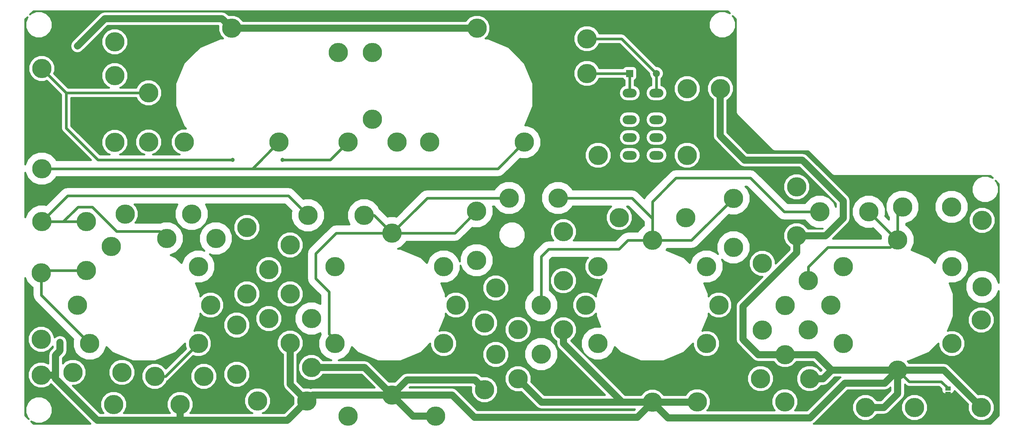
<source format=gtl>
G04 #@! TF.FileFunction,Copper,L1,Top,Signal*
%FSLAX46Y46*%
G04 Gerber Fmt 4.6, Leading zero omitted, Abs format (unit mm)*
G04 Created by KiCad (PCBNEW 4.0.4+dfsg1-stable) date Tue Sep 27 18:50:27 2016*
%MOMM*%
%LPD*%
G01*
G04 APERTURE LIST*
%ADD10C,0.100000*%
%ADD11C,5.500000*%
%ADD12R,2.000000X2.000000*%
%ADD13C,2.000000*%
%ADD14O,4.000000X2.500000*%
%ADD15R,1.600200X1.168400*%
%ADD16C,0.800000*%
%ADD17C,1.200000*%
%ADD18C,0.800000*%
%ADD19C,2.000000*%
%ADD20C,0.500000*%
G04 APERTURE END LIST*
D10*
D11*
X146685000Y-181849000D03*
X146685000Y-195849000D03*
X259969000Y-142240000D03*
X259969000Y-123240000D03*
X343916000Y-189249000D03*
X343916000Y-214249000D03*
X287836000Y-212598000D03*
X262836000Y-212598000D03*
X163214000Y-216662000D03*
X188214000Y-216662000D03*
X202184000Y-190144000D03*
X202184000Y-209144000D03*
X259563000Y-160020000D03*
X240563000Y-160020000D03*
X118593000Y-159004000D03*
X99593000Y-159004000D03*
X281432000Y-192126000D03*
X281432000Y-173126000D03*
X170180000Y-131928000D03*
X170180000Y-112928000D03*
X96647000Y-119532000D03*
X96647000Y-138532000D03*
X75692000Y-175793000D03*
X75692000Y-194793000D03*
X96316000Y-213360000D03*
X115316000Y-213360000D03*
X134366000Y-162839000D03*
X134366000Y-181839000D03*
X334391000Y-214249000D03*
X344170000Y-179807000D03*
X344170000Y-160807000D03*
X205359000Y-199111000D03*
X205359000Y-180111000D03*
X151766000Y-159385000D03*
X167766000Y-159385000D03*
X86000000Y-185000000D03*
X120500000Y-196000000D03*
X89500000Y-196000000D03*
X120500000Y-174000000D03*
X124000000Y-185000000D03*
X177180000Y-138430000D03*
X163180000Y-138430000D03*
X159500000Y-174000000D03*
X190500000Y-196000000D03*
X159500000Y-196000000D03*
X190500000Y-174000000D03*
X194000000Y-185000000D03*
X304500000Y-174000000D03*
X301000000Y-185000000D03*
X335500000Y-196000000D03*
X304500000Y-196000000D03*
X335500000Y-174000000D03*
X320040000Y-166381000D03*
X320040000Y-203581000D03*
X250063000Y-166525000D03*
X250063000Y-212725000D03*
X175742600Y-164465000D03*
X175742600Y-210665000D03*
D12*
X243586000Y-118872000D03*
D13*
X251206000Y-118872000D03*
D14*
X251206000Y-142240000D03*
X251206000Y-137160000D03*
X251206000Y-124460000D03*
X243586000Y-124460000D03*
X243586000Y-137160000D03*
X243586000Y-142240000D03*
X243586000Y-132080000D03*
X251206000Y-132080000D03*
D11*
X231394000Y-118872000D03*
X231394000Y-108966000D03*
X75819000Y-161163000D03*
X234569000Y-142240000D03*
X95631000Y-168275000D03*
X96647000Y-109855000D03*
X75819000Y-146050000D03*
X75819000Y-117475000D03*
X160401000Y-112903000D03*
X297800000Y-158369000D03*
X311800000Y-158369000D03*
X209154000Y-154432000D03*
X223154000Y-154432000D03*
X321407000Y-156972000D03*
X335407000Y-156972000D03*
X324866000Y-214249000D03*
X310866000Y-214249000D03*
X291211000Y-151242000D03*
X291211000Y-165242000D03*
X273177000Y-154544000D03*
X273177000Y-168544000D03*
X224663000Y-164054000D03*
X224663000Y-178054000D03*
X224663000Y-178039000D03*
X224663000Y-192039000D03*
X211709000Y-192009000D03*
X211709000Y-206009000D03*
X287909000Y-185136000D03*
X287909000Y-199136000D03*
X218313000Y-185024000D03*
X218313000Y-199024000D03*
X294513000Y-178024000D03*
X294513000Y-192024000D03*
X280909000Y-205994000D03*
X294909000Y-205994000D03*
X199898000Y-158212000D03*
X199898000Y-172212000D03*
X152781000Y-188834000D03*
X152781000Y-202834000D03*
X146685000Y-167849000D03*
X146685000Y-181849000D03*
X140589000Y-174864000D03*
X140589000Y-188864000D03*
X131445000Y-204739000D03*
X131445000Y-190739000D03*
X111491000Y-165989000D03*
X125491000Y-165989000D03*
X108062000Y-205359000D03*
X122062000Y-205359000D03*
X137399000Y-212344000D03*
X151399000Y-212344000D03*
X88519000Y-161133000D03*
X88519000Y-175133000D03*
X84694000Y-204216000D03*
X98694000Y-204216000D03*
X106299000Y-138445000D03*
X106299000Y-124445000D03*
X234500000Y-174000000D03*
X231000000Y-185000000D03*
X265500000Y-196000000D03*
X234500000Y-196000000D03*
X265500000Y-174000000D03*
X269000000Y-185000000D03*
X130000000Y-106000000D03*
X116500000Y-138500000D03*
X143500000Y-138500000D03*
X200000000Y-106000000D03*
X186500000Y-138500000D03*
X213500000Y-138500000D03*
X269494000Y-123190000D03*
X75692000Y-204978000D03*
D15*
X334391000Y-208788000D03*
X334391000Y-210312000D03*
D16*
X85982792Y-111062659D03*
X81031361Y-195612400D03*
D17*
X130302000Y-143510000D03*
X144526000Y-143510000D03*
D18*
X320040000Y-166381000D02*
X317914872Y-168506128D01*
X317914872Y-168506128D02*
X300141785Y-168506128D01*
X300141785Y-168506128D02*
X294513000Y-174134913D01*
X294513000Y-174134913D02*
X294513000Y-178024000D01*
X311800000Y-158369000D02*
X319812000Y-166381000D01*
X319812000Y-166381000D02*
X320040000Y-166381000D01*
X320040000Y-166381000D02*
X320040000Y-158339000D01*
X320040000Y-158339000D02*
X321407000Y-156972000D01*
X323342000Y-206883000D02*
X332486000Y-206883000D01*
X332486000Y-206883000D02*
X334130799Y-208527799D01*
X320040000Y-203581000D02*
X323342000Y-206883000D01*
D19*
X146685000Y-195849000D02*
X146685000Y-207630000D01*
X146685000Y-207630000D02*
X151399000Y-212344000D01*
X291211000Y-165242000D02*
X299475272Y-165242000D01*
X299475272Y-165242000D02*
X304474615Y-160242657D01*
X304474615Y-160242657D02*
X304474615Y-155255238D01*
X304474615Y-155255238D02*
X292856377Y-143637000D01*
X292856377Y-143637000D02*
X276352000Y-143637000D01*
X276352000Y-143637000D02*
X269356304Y-136641304D01*
X269356304Y-136641304D02*
X269356304Y-123442701D01*
X269356304Y-123442701D02*
X269476022Y-123322983D01*
X86382791Y-110662660D02*
X85982792Y-111062659D01*
X93795450Y-103250001D02*
X86382791Y-110662660D01*
X127250001Y-103250001D02*
X93795450Y-103250001D01*
X130000000Y-106000000D02*
X127250001Y-103250001D01*
X79756000Y-206012002D02*
X79756000Y-199308742D01*
X79756000Y-199308742D02*
X81031361Y-198033381D01*
X81031361Y-198033381D02*
X81031361Y-195612400D01*
X75692000Y-204978000D02*
X79581087Y-204978000D01*
X79581087Y-204978000D02*
X79756000Y-205152913D01*
X79756000Y-205152913D02*
X79756000Y-206012002D01*
X202184000Y-209144000D02*
X199434001Y-206394001D01*
X199434001Y-206394001D02*
X180013599Y-206394001D01*
X180013599Y-206394001D02*
X175742600Y-210665000D01*
X188214000Y-216662000D02*
X181739600Y-216662000D01*
X181739600Y-216662000D02*
X175742600Y-210665000D01*
X192885000Y-210665000D02*
X199263000Y-217043000D01*
X199263000Y-217043000D02*
X245745000Y-217043000D01*
X175742600Y-210665000D02*
X192885000Y-210665000D01*
X151399000Y-212344000D02*
X152210935Y-211532065D01*
X152210935Y-211532065D02*
X152210935Y-211480959D01*
X152210935Y-211480959D02*
X153026894Y-210665000D01*
X153026894Y-210665000D02*
X175742600Y-210665000D01*
X152781000Y-202834000D02*
X167911600Y-202834000D01*
X167911600Y-202834000D02*
X175742600Y-210665000D01*
X320040000Y-203581000D02*
X333248000Y-203581000D01*
X333248000Y-203581000D02*
X343916000Y-214249000D01*
X310866000Y-214249000D02*
X316103000Y-214249000D01*
X316103000Y-214249000D02*
X320040000Y-210312000D01*
X320040000Y-210312000D02*
X320040000Y-203581000D01*
X304927000Y-207264000D02*
X316357000Y-207264000D01*
X316357000Y-207264000D02*
X320040000Y-203581000D01*
X295021000Y-217170000D02*
X304927000Y-207264000D01*
X254508000Y-217170000D02*
X295021000Y-217170000D01*
X287909000Y-199136000D02*
X296766087Y-199136000D01*
X296766087Y-199136000D02*
X301211087Y-203581000D01*
X294909000Y-205994000D02*
X298798087Y-205994000D01*
X298798087Y-205994000D02*
X301211087Y-203581000D01*
X301211087Y-203581000D02*
X312928000Y-203581000D01*
X145832999Y-217910001D02*
X115316000Y-217910001D01*
X115316000Y-217910001D02*
X91653999Y-217910001D01*
X115316000Y-213360000D02*
X115316000Y-217249087D01*
X115316000Y-217249087D02*
X115316000Y-217910001D01*
X91653999Y-217910001D02*
X79756000Y-206012002D01*
X151399000Y-212344000D02*
X145832999Y-217910001D01*
X320152000Y-203693000D02*
X320040000Y-203581000D01*
X291211000Y-165242000D02*
X291211000Y-170081002D01*
X291211000Y-170081002D02*
X275881999Y-185410003D01*
X275881999Y-185410003D02*
X275881999Y-194790001D01*
X275881999Y-194790001D02*
X280227998Y-199136000D01*
X280227998Y-199136000D02*
X284019913Y-199136000D01*
X284019913Y-199136000D02*
X287909000Y-199136000D01*
X320040000Y-203581000D02*
X312928000Y-203581000D01*
X130000000Y-106000000D02*
X200000000Y-106000000D01*
X250063000Y-212725000D02*
X245745000Y-217043000D01*
X250063000Y-212725000D02*
X262775000Y-212725000D01*
X241459913Y-212725000D02*
X218425000Y-212725000D01*
X218425000Y-212725000D02*
X211709000Y-206009000D01*
X250063000Y-212725000D02*
X241459913Y-212725000D01*
X241459913Y-212725000D02*
X224663000Y-195928087D01*
X224663000Y-195928087D02*
X224663000Y-192039000D01*
X254508000Y-217170000D02*
X250063000Y-212725000D01*
D18*
X278003000Y-148717000D02*
X287655000Y-158369000D01*
X287655000Y-158369000D02*
X297800000Y-158369000D01*
X256794000Y-148717000D02*
X278003000Y-148717000D01*
X250063000Y-155448000D02*
X256794000Y-148717000D01*
X250063000Y-166525000D02*
X250063000Y-155448000D01*
X244221000Y-154432000D02*
X250063000Y-160274000D01*
X250063000Y-160274000D02*
X250063000Y-166525000D01*
X223154000Y-154432000D02*
X244221000Y-154432000D01*
X218313000Y-185024000D02*
X218313000Y-171118931D01*
X218313000Y-171118931D02*
X220427930Y-169004001D01*
X240539997Y-169004001D02*
X243018998Y-166525000D01*
X220427930Y-169004001D02*
X240539997Y-169004001D01*
X243018998Y-166525000D02*
X246173913Y-166525000D01*
X246173913Y-166525000D02*
X250063000Y-166525000D01*
X250063000Y-166525000D02*
X261196000Y-166525000D01*
X261196000Y-166525000D02*
X273177000Y-154544000D01*
X175742600Y-164465000D02*
X170662600Y-159385000D01*
X170662600Y-159385000D02*
X167766000Y-159385000D01*
X175742600Y-164465000D02*
X159838767Y-164465000D01*
X159838767Y-164465000D02*
X153966146Y-170337621D01*
X153966146Y-170337621D02*
X153966146Y-177433054D01*
X158952126Y-194408128D02*
X158952126Y-195452126D01*
X153966146Y-177433054D02*
X157799999Y-181266907D01*
X157799999Y-181266907D02*
X157799999Y-193256001D01*
X157799999Y-193256001D02*
X158952126Y-194408128D01*
X158952126Y-195452126D02*
X159500000Y-196000000D01*
X209154000Y-154432000D02*
X185775600Y-154432000D01*
X185775600Y-154432000D02*
X175742600Y-164465000D01*
X175742600Y-164465000D02*
X193645000Y-164465000D01*
X193645000Y-164465000D02*
X199898000Y-158212000D01*
X89500000Y-196000000D02*
X75692000Y-182192000D01*
X75692000Y-182192000D02*
X75692000Y-179682087D01*
X75692000Y-179682087D02*
X75692000Y-175793000D01*
X88519000Y-175133000D02*
X76352000Y-175133000D01*
X76352000Y-175133000D02*
X75692000Y-175793000D01*
X243586000Y-124460000D02*
X243586000Y-118872000D01*
X231394000Y-118872000D02*
X243586000Y-118872000D01*
X251206000Y-124460000D02*
X251206000Y-118872000D01*
X231394000Y-108966000D02*
X241300000Y-108966000D01*
X241300000Y-108966000D02*
X251206000Y-118872000D01*
X111491000Y-165989000D02*
X109431441Y-163929441D01*
X90233500Y-156972000D02*
X86127957Y-156972000D01*
X109431441Y-163929441D02*
X97192439Y-163929441D01*
X97192439Y-163929441D02*
X94642999Y-161380001D01*
X86127957Y-156972000D02*
X81936957Y-161163000D01*
X94642999Y-161380001D02*
X94641501Y-161380001D01*
X94641501Y-161380001D02*
X90233500Y-156972000D01*
X81936957Y-161163000D02*
X75819000Y-161163000D01*
X151766000Y-159385000D02*
X146175036Y-153794036D01*
X146175036Y-153794036D02*
X83187964Y-153794036D01*
X83187964Y-153794036D02*
X78568999Y-158413001D01*
X78568999Y-158413001D02*
X75819000Y-161163000D01*
X75819000Y-161163000D02*
X88489000Y-161163000D01*
X88489000Y-161163000D02*
X88519000Y-161133000D01*
X135950000Y-146050000D02*
X205950000Y-146050000D01*
X205950000Y-146050000D02*
X213500000Y-138500000D01*
X75819000Y-146050000D02*
X135950000Y-146050000D01*
X135950000Y-146050000D02*
X143500000Y-138500000D01*
X158100000Y-143510000D02*
X163180000Y-138430000D01*
X144526000Y-143510000D02*
X158100000Y-143510000D01*
X82789000Y-134474141D02*
X82789000Y-124445000D01*
X130302000Y-143510000D02*
X91824859Y-143510000D01*
X91824859Y-143510000D02*
X82789000Y-134474141D01*
X75819000Y-117475000D02*
X82789000Y-124445000D01*
X82789000Y-124445000D02*
X106299000Y-124445000D01*
X120500000Y-196000000D02*
X111141000Y-205359000D01*
X111141000Y-205359000D02*
X108062000Y-205359000D01*
X334391000Y-214249000D02*
X334391000Y-210572201D01*
D20*
G36*
X272181475Y-101737109D02*
X270769172Y-101150670D01*
X269237547Y-101149333D01*
X267821999Y-101734226D01*
X266738032Y-102816303D01*
X266150670Y-104230828D01*
X266149333Y-105762453D01*
X266734226Y-107178001D01*
X267816303Y-108261968D01*
X269230828Y-108849330D01*
X270762453Y-108850667D01*
X272178001Y-108265774D01*
X273261968Y-107183697D01*
X273849330Y-105769172D01*
X273850667Y-104237547D01*
X273265774Y-102821999D01*
X272927736Y-102483370D01*
X273900000Y-103455635D01*
X273900000Y-130000000D01*
X273983733Y-130420952D01*
X274005584Y-130453654D01*
X274222183Y-130777817D01*
X284222183Y-140777818D01*
X284579049Y-141016268D01*
X285000000Y-141100000D01*
X294544366Y-141100000D01*
X301222183Y-147777818D01*
X301436108Y-147920758D01*
X301579048Y-148016267D01*
X302000000Y-148100000D01*
X346544366Y-148100000D01*
X347181475Y-148737109D01*
X345769172Y-148150670D01*
X344237547Y-148149333D01*
X342821999Y-148734226D01*
X341738032Y-149816303D01*
X341150670Y-151230828D01*
X341149333Y-152762453D01*
X341734226Y-154178001D01*
X342816303Y-155261968D01*
X344230828Y-155849330D01*
X345762453Y-155850667D01*
X347178001Y-155265774D01*
X348261968Y-154183697D01*
X348849330Y-152769172D01*
X348850667Y-151237547D01*
X348265774Y-149821999D01*
X347927736Y-149483370D01*
X348900000Y-150455635D01*
X348900000Y-178684983D01*
X348241615Y-177091570D01*
X346892532Y-175740130D01*
X345128968Y-175007835D01*
X343219410Y-175006168D01*
X341454570Y-175735385D01*
X340103130Y-177084468D01*
X339370835Y-178848032D01*
X339369168Y-180757590D01*
X340098385Y-182522430D01*
X341447468Y-183873870D01*
X343211032Y-184606165D01*
X345120590Y-184607832D01*
X346885430Y-183878615D01*
X348236870Y-182529532D01*
X348900000Y-180932536D01*
X348900000Y-216544365D01*
X346544366Y-218900000D01*
X296050874Y-218900000D01*
X296470569Y-218619569D01*
X305776138Y-209314000D01*
X316357000Y-209314000D01*
X317141501Y-209157953D01*
X317806569Y-208713569D01*
X317990000Y-208530138D01*
X317990000Y-209462862D01*
X315253862Y-212199000D01*
X314130562Y-212199000D01*
X314089361Y-212099285D01*
X313021337Y-211029396D01*
X311625183Y-210449661D01*
X310113449Y-210448342D01*
X308716285Y-211025639D01*
X307646396Y-212093663D01*
X307066661Y-213489817D01*
X307065342Y-215001551D01*
X307642639Y-216398715D01*
X308710663Y-217468604D01*
X310106817Y-218048339D01*
X311618551Y-218049658D01*
X313015715Y-217472361D01*
X314085604Y-216404337D01*
X314129344Y-216299000D01*
X316103000Y-216299000D01*
X316887501Y-216142953D01*
X317552569Y-215698569D01*
X318249587Y-215001551D01*
X321065342Y-215001551D01*
X321642639Y-216398715D01*
X322710663Y-217468604D01*
X324106817Y-218048339D01*
X325618551Y-218049658D01*
X327015715Y-217472361D01*
X328085604Y-216404337D01*
X328665339Y-215008183D01*
X328666658Y-213496449D01*
X328089361Y-212099285D01*
X327021337Y-211029396D01*
X325625183Y-210449661D01*
X324113449Y-210448342D01*
X322716285Y-211025639D01*
X321646396Y-212093663D01*
X321066661Y-213489817D01*
X321065342Y-215001551D01*
X318249587Y-215001551D01*
X321489569Y-211761569D01*
X321933953Y-211096501D01*
X322090000Y-210312000D01*
X322090000Y-207681610D01*
X322316695Y-207908305D01*
X322787109Y-208222625D01*
X323342000Y-208333000D01*
X331885390Y-208333000D01*
X332520330Y-208967940D01*
X332520330Y-209372200D01*
X332593545Y-209761307D01*
X332823507Y-210118677D01*
X333174388Y-210358424D01*
X333590900Y-210442770D01*
X335191100Y-210442770D01*
X335580207Y-210369555D01*
X335937577Y-210139593D01*
X336177324Y-209788712D01*
X336241191Y-209473329D01*
X340158036Y-213390174D01*
X340116661Y-213489817D01*
X340115342Y-215001551D01*
X340692639Y-216398715D01*
X341760663Y-217468604D01*
X343156817Y-218048339D01*
X344668551Y-218049658D01*
X346065715Y-217472361D01*
X347135604Y-216404337D01*
X347715339Y-215008183D01*
X347716658Y-213496449D01*
X347139361Y-212099285D01*
X346071337Y-211029396D01*
X344675183Y-210449661D01*
X343163449Y-210448342D01*
X343058036Y-210491898D01*
X334697569Y-202131431D01*
X334032501Y-201687047D01*
X333248000Y-201531000D01*
X323304562Y-201531000D01*
X323263361Y-201431285D01*
X322885260Y-201052524D01*
X323178536Y-201052780D01*
X329079717Y-198614462D01*
X331700000Y-195998749D01*
X331699342Y-196752551D01*
X332276639Y-198149715D01*
X333344663Y-199219604D01*
X334740817Y-199799339D01*
X336252551Y-199800658D01*
X337649715Y-199223361D01*
X338719604Y-198155337D01*
X339299339Y-196759183D01*
X339300658Y-195247449D01*
X338723361Y-193850285D01*
X337655337Y-192780396D01*
X336259183Y-192200661D01*
X334747449Y-192199342D01*
X334315071Y-192377997D01*
X335301857Y-190001551D01*
X340115342Y-190001551D01*
X340692639Y-191398715D01*
X341760663Y-192468604D01*
X343156817Y-193048339D01*
X344668551Y-193049658D01*
X346065715Y-192472361D01*
X347135604Y-191404337D01*
X347715339Y-190008183D01*
X347716658Y-188496449D01*
X347139361Y-187099285D01*
X346071337Y-186029396D01*
X344675183Y-185449661D01*
X343163449Y-185448342D01*
X341766285Y-186025639D01*
X340696396Y-187093663D01*
X340116661Y-188489817D01*
X340115342Y-190001551D01*
X335301857Y-190001551D01*
X336047208Y-188206549D01*
X336052780Y-181821464D01*
X334804087Y-178799395D01*
X336450590Y-178800832D01*
X338215430Y-178071615D01*
X339566870Y-176722532D01*
X340299165Y-174958968D01*
X340300832Y-173049410D01*
X339571615Y-171284570D01*
X338222532Y-169933130D01*
X336458968Y-169200835D01*
X334549410Y-169199168D01*
X332784570Y-169928385D01*
X331433130Y-171277468D01*
X330712408Y-173013160D01*
X329103465Y-171401406D01*
X323949030Y-169261097D01*
X324106870Y-169103532D01*
X324839165Y-167339968D01*
X324840832Y-165430410D01*
X324111615Y-163665570D01*
X322762532Y-162314130D01*
X322490000Y-162200965D01*
X322490000Y-161718121D01*
X324122430Y-161043615D01*
X325473870Y-159694532D01*
X326206165Y-157930968D01*
X326206172Y-157922590D01*
X330606168Y-157922590D01*
X331335385Y-159687430D01*
X332684468Y-161038870D01*
X334448032Y-161771165D01*
X336357590Y-161772832D01*
X336873769Y-161559551D01*
X340369342Y-161559551D01*
X340946639Y-162956715D01*
X342014663Y-164026604D01*
X343410817Y-164606339D01*
X344922551Y-164607658D01*
X346319715Y-164030361D01*
X347389604Y-162962337D01*
X347969339Y-161566183D01*
X347970658Y-160054449D01*
X347393361Y-158657285D01*
X346325337Y-157587396D01*
X344929183Y-157007661D01*
X343417449Y-157006342D01*
X342020285Y-157583639D01*
X340950396Y-158651663D01*
X340370661Y-160047817D01*
X340369342Y-161559551D01*
X336873769Y-161559551D01*
X338122430Y-161043615D01*
X339473870Y-159694532D01*
X340206165Y-157930968D01*
X340207832Y-156021410D01*
X339478615Y-154256570D01*
X338129532Y-152905130D01*
X336365968Y-152172835D01*
X334456410Y-152171168D01*
X332691570Y-152900385D01*
X331340130Y-154249468D01*
X330607835Y-156013032D01*
X330606168Y-157922590D01*
X326206172Y-157922590D01*
X326207832Y-156021410D01*
X325478615Y-154256570D01*
X324129532Y-152905130D01*
X322365968Y-152172835D01*
X320456410Y-152171168D01*
X318691570Y-152900385D01*
X317340130Y-154249468D01*
X316607835Y-156013032D01*
X316606168Y-157922590D01*
X317335385Y-159687430D01*
X317590000Y-159942490D01*
X317590000Y-160694176D01*
X316489029Y-159593205D01*
X316599165Y-159327968D01*
X316600832Y-157418410D01*
X315871615Y-155653570D01*
X314522532Y-154302130D01*
X312758968Y-153569835D01*
X310849410Y-153568168D01*
X309084570Y-154297385D01*
X307733130Y-155646468D01*
X307000835Y-157410032D01*
X306999168Y-159319590D01*
X307728385Y-161084430D01*
X309077468Y-162435870D01*
X310841032Y-163168165D01*
X312750590Y-163169832D01*
X313023319Y-163057143D01*
X315284075Y-165317899D01*
X315240835Y-165422032D01*
X315240281Y-166056128D01*
X301560282Y-166056128D01*
X305924184Y-161692226D01*
X306368568Y-161027158D01*
X306524615Y-160242657D01*
X306524615Y-155255238D01*
X306368568Y-154470737D01*
X305924184Y-153805669D01*
X294305946Y-142187431D01*
X293640878Y-141743047D01*
X292856377Y-141587000D01*
X277201138Y-141587000D01*
X271406304Y-135792166D01*
X271406304Y-126511457D01*
X271643715Y-126413361D01*
X272713604Y-125345337D01*
X273293339Y-123949183D01*
X273294658Y-122437449D01*
X272717361Y-121040285D01*
X271649337Y-119970396D01*
X270253183Y-119390661D01*
X268741449Y-119389342D01*
X267344285Y-119966639D01*
X266274396Y-121034663D01*
X265694661Y-122430817D01*
X265693342Y-123942551D01*
X266270639Y-125339715D01*
X267306304Y-126377188D01*
X267306304Y-136641304D01*
X267462351Y-137425805D01*
X267906735Y-138090873D01*
X274902431Y-145086569D01*
X275567499Y-145530953D01*
X276352000Y-145687000D01*
X292007239Y-145687000D01*
X302424615Y-156104376D01*
X302424615Y-156991932D01*
X301871615Y-155653570D01*
X300522532Y-154302130D01*
X298758968Y-153569835D01*
X296849410Y-153568168D01*
X295084570Y-154297385D01*
X293733130Y-155646468D01*
X293619965Y-155919000D01*
X288669823Y-155919000D01*
X284745375Y-151994551D01*
X287410342Y-151994551D01*
X287987639Y-153391715D01*
X289055663Y-154461604D01*
X290451817Y-155041339D01*
X291963551Y-155042658D01*
X293360715Y-154465361D01*
X294430604Y-153397337D01*
X295010339Y-152001183D01*
X295011658Y-150489449D01*
X294434361Y-149092285D01*
X293366337Y-148022396D01*
X291970183Y-147442661D01*
X290458449Y-147441342D01*
X289061285Y-148018639D01*
X287991396Y-149086663D01*
X287411661Y-150482817D01*
X287410342Y-151994551D01*
X284745375Y-151994551D01*
X279735412Y-146984588D01*
X278940575Y-146453495D01*
X278003000Y-146266999D01*
X278002995Y-146267000D01*
X256794000Y-146267000D01*
X255856426Y-146453495D01*
X255061588Y-146984588D01*
X255061586Y-146984591D01*
X248330588Y-153715588D01*
X247799495Y-154510425D01*
X247793647Y-154539824D01*
X245953412Y-152699588D01*
X245158575Y-152168495D01*
X244221000Y-151981999D01*
X244220995Y-151982000D01*
X227335288Y-151982000D01*
X227225615Y-151716570D01*
X225876532Y-150365130D01*
X224112968Y-149632835D01*
X222203410Y-149631168D01*
X220438570Y-150360385D01*
X219087130Y-151709468D01*
X218354835Y-153473032D01*
X218353168Y-155382590D01*
X219082385Y-157147430D01*
X220431468Y-158498870D01*
X222195032Y-159231165D01*
X224104590Y-159232832D01*
X225869430Y-158503615D01*
X227220870Y-157154532D01*
X227334035Y-156882000D01*
X238327775Y-156882000D01*
X237343396Y-157864663D01*
X236763661Y-159260817D01*
X236762342Y-160772551D01*
X237339639Y-162169715D01*
X238407663Y-163239604D01*
X239803817Y-163819339D01*
X241315551Y-163820658D01*
X242712715Y-163243361D01*
X243782604Y-162175337D01*
X244362339Y-160779183D01*
X244363658Y-159267449D01*
X243786361Y-157870285D01*
X242799799Y-156882000D01*
X243206176Y-156882000D01*
X247613000Y-161288823D01*
X247613000Y-162343712D01*
X247347570Y-162453385D01*
X245996130Y-163802468D01*
X245882965Y-164075000D01*
X243019003Y-164075000D01*
X243018998Y-164074999D01*
X242081423Y-164261495D01*
X241788083Y-164457499D01*
X241286586Y-164792588D01*
X241286584Y-164792591D01*
X239525173Y-166554001D01*
X227537338Y-166554001D01*
X227882604Y-166209337D01*
X228462339Y-164813183D01*
X228463658Y-163301449D01*
X227886361Y-161904285D01*
X226818337Y-160834396D01*
X225422183Y-160254661D01*
X223910449Y-160253342D01*
X222513285Y-160830639D01*
X221443396Y-161898663D01*
X220863661Y-163294817D01*
X220862342Y-164806551D01*
X221439639Y-166203715D01*
X221789314Y-166554001D01*
X220427935Y-166554001D01*
X220427930Y-166554000D01*
X219490355Y-166740496D01*
X219192390Y-166939590D01*
X218695518Y-167271589D01*
X218695516Y-167271592D01*
X216580588Y-169386519D01*
X216049495Y-170181356D01*
X215862999Y-171118931D01*
X215863000Y-171118936D01*
X215863000Y-180842712D01*
X215597570Y-180952385D01*
X214246130Y-182301468D01*
X213513835Y-184065032D01*
X213512168Y-185974590D01*
X214241385Y-187739430D01*
X215590468Y-189090870D01*
X217354032Y-189823165D01*
X219263590Y-189824832D01*
X221028430Y-189095615D01*
X222379870Y-187746532D01*
X223112165Y-185982968D01*
X223113832Y-184073410D01*
X222384615Y-182308570D01*
X221035532Y-180957130D01*
X220763000Y-180843965D01*
X220763000Y-178791551D01*
X220862342Y-178791551D01*
X220862355Y-178791583D01*
X220862342Y-178806551D01*
X221439639Y-180203715D01*
X222507663Y-181273604D01*
X223903817Y-181853339D01*
X225415551Y-181854658D01*
X226812715Y-181277361D01*
X227882604Y-180209337D01*
X228462339Y-178813183D01*
X228463658Y-177301449D01*
X228463645Y-177301417D01*
X228463658Y-177286449D01*
X227886361Y-175889285D01*
X226818337Y-174819396D01*
X225422183Y-174239661D01*
X223910449Y-174238342D01*
X222513285Y-174815639D01*
X221443396Y-175883663D01*
X220863661Y-177279817D01*
X220862342Y-178791551D01*
X220763000Y-178791551D01*
X220763000Y-172133755D01*
X221442753Y-171454001D01*
X231671740Y-171454001D01*
X231280396Y-171844663D01*
X230700661Y-173240817D01*
X230699342Y-174752551D01*
X231276639Y-176149715D01*
X232344663Y-177219604D01*
X233740817Y-177799339D01*
X235252551Y-177800658D01*
X235684929Y-177622003D01*
X233952792Y-181793451D01*
X233952107Y-182578557D01*
X233155337Y-181780396D01*
X231759183Y-181200661D01*
X230247449Y-181199342D01*
X228850285Y-181776639D01*
X227780396Y-182844663D01*
X227200661Y-184240817D01*
X227199342Y-185752551D01*
X227776639Y-187149715D01*
X228844663Y-188219604D01*
X230240817Y-188799339D01*
X231752551Y-188800658D01*
X233149715Y-188223361D01*
X233947876Y-187426591D01*
X233947220Y-188178536D01*
X235195913Y-191200605D01*
X233549410Y-191199168D01*
X231784570Y-191928385D01*
X230433130Y-193277468D01*
X229700835Y-195041032D01*
X229699168Y-196950590D01*
X230428385Y-198715430D01*
X231777468Y-200066870D01*
X233541032Y-200799165D01*
X235450590Y-200800832D01*
X237215430Y-200071615D01*
X238566870Y-198722532D01*
X239287592Y-196986840D01*
X240896535Y-198598594D01*
X246793451Y-201047208D01*
X253178536Y-201052780D01*
X259079717Y-198614462D01*
X261700000Y-195998749D01*
X261699342Y-196752551D01*
X262276639Y-198149715D01*
X263344663Y-199219604D01*
X264740817Y-199799339D01*
X266252551Y-199800658D01*
X267649715Y-199223361D01*
X268719604Y-198155337D01*
X269299339Y-196759183D01*
X269300658Y-195247449D01*
X268723361Y-193850285D01*
X267655337Y-192780396D01*
X266259183Y-192200661D01*
X264747449Y-192199342D01*
X264315071Y-192377997D01*
X266047208Y-188206549D01*
X266047893Y-187421443D01*
X266844663Y-188219604D01*
X268240817Y-188799339D01*
X269752551Y-188800658D01*
X271149715Y-188223361D01*
X272219604Y-187155337D01*
X272799339Y-185759183D01*
X272800658Y-184247449D01*
X272223361Y-182850285D01*
X271155337Y-181780396D01*
X269759183Y-181200661D01*
X268247449Y-181199342D01*
X266850285Y-181776639D01*
X266052124Y-182573409D01*
X266052780Y-181821464D01*
X264804087Y-178799395D01*
X266450590Y-178800832D01*
X268215430Y-178071615D01*
X269566870Y-176722532D01*
X270299165Y-174958968D01*
X270300832Y-173049410D01*
X269883158Y-172038562D01*
X270454468Y-172610870D01*
X272218032Y-173343165D01*
X274127590Y-173344832D01*
X275892430Y-172615615D01*
X277243870Y-171266532D01*
X277976165Y-169502968D01*
X277977832Y-167593410D01*
X277248615Y-165828570D01*
X275899532Y-164477130D01*
X274135968Y-163744835D01*
X272226410Y-163743168D01*
X270461570Y-164472385D01*
X269110130Y-165821468D01*
X268377835Y-167585032D01*
X268376168Y-169494590D01*
X268793842Y-170505438D01*
X268222532Y-169933130D01*
X266458968Y-169200835D01*
X264549410Y-169199168D01*
X262784570Y-169928385D01*
X261433130Y-171277468D01*
X260712408Y-173013160D01*
X259103465Y-171401406D01*
X254067148Y-169310144D01*
X254129870Y-169247532D01*
X254243035Y-168975000D01*
X261195995Y-168975000D01*
X261196000Y-168975001D01*
X262133575Y-168788505D01*
X262928412Y-168257412D01*
X271952794Y-159233029D01*
X272218032Y-159343165D01*
X274127590Y-159344832D01*
X275892430Y-158615615D01*
X277243870Y-157266532D01*
X277976165Y-155502968D01*
X277977832Y-153593410D01*
X277248615Y-151828570D01*
X276588199Y-151167000D01*
X276988176Y-151167000D01*
X285922586Y-160101409D01*
X285922588Y-160101412D01*
X286717426Y-160632505D01*
X287655000Y-160819000D01*
X293618712Y-160819000D01*
X293728385Y-161084430D01*
X295077468Y-162435870D01*
X296841032Y-163168165D01*
X298648391Y-163169743D01*
X298626134Y-163192000D01*
X294475562Y-163192000D01*
X294434361Y-163092285D01*
X293366337Y-162022396D01*
X291970183Y-161442661D01*
X290458449Y-161441342D01*
X289061285Y-162018639D01*
X287991396Y-163086663D01*
X287411661Y-164482817D01*
X287410342Y-165994551D01*
X287987639Y-167391715D01*
X289055663Y-168461604D01*
X289161000Y-168505344D01*
X289161000Y-169231864D01*
X285231971Y-173160893D01*
X285232658Y-172373449D01*
X284655361Y-170976285D01*
X283587337Y-169906396D01*
X282191183Y-169326661D01*
X280679449Y-169325342D01*
X279282285Y-169902639D01*
X278212396Y-170970663D01*
X277632661Y-172366817D01*
X277631342Y-173878551D01*
X278208639Y-175275715D01*
X279276663Y-176345604D01*
X280672817Y-176925339D01*
X281466832Y-176926032D01*
X274432430Y-183960434D01*
X273988046Y-184625502D01*
X273831999Y-185410003D01*
X273831999Y-194790001D01*
X273988046Y-195574502D01*
X274432430Y-196239570D01*
X278778429Y-200585569D01*
X279443497Y-201029953D01*
X280227998Y-201186000D01*
X284644438Y-201186000D01*
X284685639Y-201285715D01*
X285753663Y-202355604D01*
X287149817Y-202935339D01*
X288661551Y-202936658D01*
X290058715Y-202359361D01*
X291128604Y-201291337D01*
X291172344Y-201186000D01*
X295916949Y-201186000D01*
X298311949Y-203581000D01*
X298090549Y-203802400D01*
X297064337Y-202774396D01*
X295668183Y-202194661D01*
X294156449Y-202193342D01*
X292759285Y-202770639D01*
X291689396Y-203838663D01*
X291109661Y-205234817D01*
X291108342Y-206746551D01*
X291685639Y-208143715D01*
X292753663Y-209213604D01*
X294149817Y-209793339D01*
X295661551Y-209794658D01*
X297058715Y-209217361D01*
X298128604Y-208149337D01*
X298172344Y-208044000D01*
X298798087Y-208044000D01*
X299582588Y-207887953D01*
X300247656Y-207443569D01*
X302060225Y-205631000D01*
X303751955Y-205631000D01*
X303477431Y-205814431D01*
X294171862Y-215120000D01*
X290688301Y-215120000D01*
X291055604Y-214753337D01*
X291635339Y-213357183D01*
X291636658Y-211845449D01*
X291059361Y-210448285D01*
X289991337Y-209378396D01*
X288595183Y-208798661D01*
X287083449Y-208797342D01*
X285686285Y-209374639D01*
X284616396Y-210442663D01*
X284036661Y-211838817D01*
X284035342Y-213350551D01*
X284612639Y-214747715D01*
X284984275Y-215120000D01*
X265688301Y-215120000D01*
X266055604Y-214753337D01*
X266635339Y-213357183D01*
X266636658Y-211845449D01*
X266059361Y-210448285D01*
X264991337Y-209378396D01*
X263595183Y-208798661D01*
X262083449Y-208797342D01*
X260686285Y-209374639D01*
X259616396Y-210442663D01*
X259519921Y-210675000D01*
X253327562Y-210675000D01*
X253286361Y-210575285D01*
X252218337Y-209505396D01*
X250822183Y-208925661D01*
X249310449Y-208924342D01*
X247913285Y-209501639D01*
X246843396Y-210569663D01*
X246799656Y-210675000D01*
X242309051Y-210675000D01*
X238380602Y-206746551D01*
X277108342Y-206746551D01*
X277685639Y-208143715D01*
X278753663Y-209213604D01*
X280149817Y-209793339D01*
X281661551Y-209794658D01*
X283058715Y-209217361D01*
X284128604Y-208149337D01*
X284708339Y-206753183D01*
X284709658Y-205241449D01*
X284132361Y-203844285D01*
X283064337Y-202774396D01*
X281668183Y-202194661D01*
X280156449Y-202193342D01*
X278759285Y-202770639D01*
X277689396Y-203838663D01*
X277109661Y-205234817D01*
X277108342Y-206746551D01*
X238380602Y-206746551D01*
X226854600Y-195220549D01*
X227882604Y-194194337D01*
X228462339Y-192798183D01*
X228463658Y-191286449D01*
X227886361Y-189889285D01*
X226818337Y-188819396D01*
X225422183Y-188239661D01*
X223910449Y-188238342D01*
X222513285Y-188815639D01*
X221443396Y-189883663D01*
X220863661Y-191279817D01*
X220862342Y-192791551D01*
X221439639Y-194188715D01*
X222507663Y-195258604D01*
X222613000Y-195302344D01*
X222613000Y-195928087D01*
X222769047Y-196712588D01*
X223213431Y-197377656D01*
X236510775Y-210675000D01*
X219274138Y-210675000D01*
X215466964Y-206867826D01*
X215508339Y-206768183D01*
X215509658Y-205256449D01*
X214932361Y-203859285D01*
X213864337Y-202789396D01*
X212468183Y-202209661D01*
X210956449Y-202208342D01*
X209559285Y-202785639D01*
X208489396Y-203853663D01*
X207909661Y-205249817D01*
X207908342Y-206761551D01*
X208485639Y-208158715D01*
X209553663Y-209228604D01*
X210949817Y-209808339D01*
X212461551Y-209809658D01*
X212566964Y-209766102D01*
X216975431Y-214174569D01*
X217640499Y-214618953D01*
X218425000Y-214775000D01*
X245113862Y-214775000D01*
X244895862Y-214993000D01*
X200112138Y-214993000D01*
X194334569Y-209215431D01*
X193669501Y-208771047D01*
X192885000Y-208615000D01*
X180691738Y-208615000D01*
X180862737Y-208444001D01*
X198384609Y-208444001D01*
X198383342Y-209896551D01*
X198960639Y-211293715D01*
X200028663Y-212363604D01*
X201424817Y-212943339D01*
X202936551Y-212944658D01*
X204333715Y-212367361D01*
X205403604Y-211299337D01*
X205983339Y-209903183D01*
X205984658Y-208391449D01*
X205407361Y-206994285D01*
X204339337Y-205924396D01*
X202943183Y-205344661D01*
X201431449Y-205343342D01*
X201326036Y-205386898D01*
X200883570Y-204944432D01*
X200218502Y-204500048D01*
X199434001Y-204344001D01*
X180013599Y-204344001D01*
X179229098Y-204500048D01*
X178564030Y-204944432D01*
X176601426Y-206907036D01*
X176501783Y-206865661D01*
X174990049Y-206864342D01*
X174884636Y-206907898D01*
X169361169Y-201384431D01*
X168696101Y-200940047D01*
X167911600Y-200784000D01*
X160491327Y-200784000D01*
X162215430Y-200071615D01*
X163566870Y-198722532D01*
X164287592Y-196986840D01*
X165896535Y-198598594D01*
X171793451Y-201047208D01*
X178178536Y-201052780D01*
X181056690Y-199863551D01*
X201558342Y-199863551D01*
X202135639Y-201260715D01*
X203203663Y-202330604D01*
X204599817Y-202910339D01*
X206111551Y-202911658D01*
X207508715Y-202334361D01*
X208578604Y-201266337D01*
X209114985Y-199974590D01*
X213512168Y-199974590D01*
X214241385Y-201739430D01*
X215590468Y-203090870D01*
X217354032Y-203823165D01*
X219263590Y-203824832D01*
X221028430Y-203095615D01*
X222379870Y-201746532D01*
X223112165Y-199982968D01*
X223113832Y-198073410D01*
X222384615Y-196308570D01*
X221035532Y-194957130D01*
X219271968Y-194224835D01*
X217362410Y-194223168D01*
X215597570Y-194952385D01*
X214246130Y-196301468D01*
X213513835Y-198065032D01*
X213512168Y-199974590D01*
X209114985Y-199974590D01*
X209158339Y-199870183D01*
X209159658Y-198358449D01*
X208582361Y-196961285D01*
X207514337Y-195891396D01*
X206118183Y-195311661D01*
X204606449Y-195310342D01*
X203209285Y-195887639D01*
X202139396Y-196955663D01*
X201559661Y-198351817D01*
X201558342Y-199863551D01*
X181056690Y-199863551D01*
X184079717Y-198614462D01*
X186700000Y-195998749D01*
X186699342Y-196752551D01*
X187276639Y-198149715D01*
X188344663Y-199219604D01*
X189740817Y-199799339D01*
X191252551Y-199800658D01*
X192649715Y-199223361D01*
X193719604Y-198155337D01*
X194299339Y-196759183D01*
X194300658Y-195247449D01*
X193723361Y-193850285D01*
X192655337Y-192780396D01*
X191259183Y-192200661D01*
X189747449Y-192199342D01*
X189315071Y-192377997D01*
X189930221Y-190896551D01*
X198383342Y-190896551D01*
X198960639Y-192293715D01*
X200028663Y-193363604D01*
X201424817Y-193943339D01*
X202936551Y-193944658D01*
X204333715Y-193367361D01*
X204940582Y-192761551D01*
X207908342Y-192761551D01*
X208485639Y-194158715D01*
X209553663Y-195228604D01*
X210949817Y-195808339D01*
X212461551Y-195809658D01*
X213858715Y-195232361D01*
X214928604Y-194164337D01*
X215508339Y-192768183D01*
X215509658Y-191256449D01*
X214932361Y-189859285D01*
X213864337Y-188789396D01*
X212468183Y-188209661D01*
X210956449Y-188208342D01*
X209559285Y-188785639D01*
X208489396Y-189853663D01*
X207909661Y-191249817D01*
X207908342Y-192761551D01*
X204940582Y-192761551D01*
X205403604Y-192299337D01*
X205983339Y-190903183D01*
X205984658Y-189391449D01*
X205407361Y-187994285D01*
X204339337Y-186924396D01*
X202943183Y-186344661D01*
X201431449Y-186343342D01*
X200034285Y-186920639D01*
X198964396Y-187988663D01*
X198384661Y-189384817D01*
X198383342Y-190896551D01*
X189930221Y-190896551D01*
X191047208Y-188206549D01*
X191047893Y-187421443D01*
X191844663Y-188219604D01*
X193240817Y-188799339D01*
X194752551Y-188800658D01*
X196149715Y-188223361D01*
X197219604Y-187155337D01*
X197799339Y-185759183D01*
X197800658Y-184247449D01*
X197223361Y-182850285D01*
X196155337Y-181780396D01*
X194759183Y-181200661D01*
X193247449Y-181199342D01*
X191850285Y-181776639D01*
X191052124Y-182573409D01*
X191052780Y-181821464D01*
X190656979Y-180863551D01*
X201558342Y-180863551D01*
X202135639Y-182260715D01*
X203203663Y-183330604D01*
X204599817Y-183910339D01*
X206111551Y-183911658D01*
X207508715Y-183334361D01*
X208578604Y-182266337D01*
X209158339Y-180870183D01*
X209159658Y-179358449D01*
X208582361Y-177961285D01*
X207514337Y-176891396D01*
X206118183Y-176311661D01*
X204606449Y-176310342D01*
X203209285Y-176887639D01*
X202139396Y-177955663D01*
X201559661Y-179351817D01*
X201558342Y-180863551D01*
X190656979Y-180863551D01*
X189804087Y-178799395D01*
X191450590Y-178800832D01*
X193215430Y-178071615D01*
X194566870Y-176722532D01*
X195299165Y-174958968D01*
X195300304Y-173654217D01*
X195826385Y-174927430D01*
X197175468Y-176278870D01*
X198939032Y-177011165D01*
X200848590Y-177012832D01*
X202613430Y-176283615D01*
X203964870Y-174934532D01*
X204697165Y-173170968D01*
X204698832Y-171261410D01*
X203969615Y-169496570D01*
X202620532Y-168145130D01*
X200856968Y-167412835D01*
X198947410Y-167411168D01*
X197182570Y-168140385D01*
X195831130Y-169489468D01*
X195098835Y-171253032D01*
X195097696Y-172557783D01*
X194571615Y-171284570D01*
X193222532Y-169933130D01*
X191458968Y-169200835D01*
X189549410Y-169199168D01*
X187784570Y-169928385D01*
X186433130Y-171277468D01*
X185712408Y-173013160D01*
X184103465Y-171401406D01*
X178206549Y-168952792D01*
X177452397Y-168952134D01*
X178458030Y-168536615D01*
X179809470Y-167187532D01*
X179922635Y-166915000D01*
X193644995Y-166915000D01*
X193645000Y-166915001D01*
X194582575Y-166728505D01*
X195377412Y-166197412D01*
X195812371Y-165762453D01*
X206149333Y-165762453D01*
X206734226Y-167178001D01*
X207816303Y-168261968D01*
X209230828Y-168849330D01*
X210762453Y-168850667D01*
X212178001Y-168265774D01*
X213261968Y-167183697D01*
X213849330Y-165769172D01*
X213850667Y-164237547D01*
X213265774Y-162821999D01*
X212183697Y-161738032D01*
X210769172Y-161150670D01*
X209237547Y-161149333D01*
X207821999Y-161734226D01*
X206738032Y-162816303D01*
X206150670Y-164230828D01*
X206149333Y-165762453D01*
X195812371Y-165762453D01*
X198673795Y-162901029D01*
X198939032Y-163011165D01*
X200848590Y-163012832D01*
X202613430Y-162283615D01*
X203964870Y-160934532D01*
X204697165Y-159170968D01*
X204698832Y-157261410D01*
X204542063Y-156882000D01*
X204972712Y-156882000D01*
X205082385Y-157147430D01*
X206431468Y-158498870D01*
X208195032Y-159231165D01*
X210104590Y-159232832D01*
X211869430Y-158503615D01*
X213220870Y-157154532D01*
X213953165Y-155390968D01*
X213954832Y-153481410D01*
X213225615Y-151716570D01*
X211876532Y-150365130D01*
X210112968Y-149632835D01*
X208203410Y-149631168D01*
X206438570Y-150360385D01*
X205087130Y-151709468D01*
X204973965Y-151982000D01*
X185775605Y-151982000D01*
X185775600Y-151981999D01*
X184838025Y-152168495D01*
X184440607Y-152434041D01*
X184043188Y-152699588D01*
X184043186Y-152699591D01*
X176966805Y-159775971D01*
X176701568Y-159665835D01*
X174792010Y-159664168D01*
X174519281Y-159776857D01*
X172395012Y-157652588D01*
X172186117Y-157513009D01*
X171837615Y-156669570D01*
X170488532Y-155318130D01*
X168724968Y-154585835D01*
X166815410Y-154584168D01*
X165050570Y-155313385D01*
X163699130Y-156662468D01*
X162966835Y-158426032D01*
X162965168Y-160335590D01*
X163659086Y-162015000D01*
X159838767Y-162015000D01*
X158901193Y-162201495D01*
X158106355Y-162732588D01*
X158106353Y-162732591D01*
X152233734Y-168605209D01*
X151702641Y-169400046D01*
X151516145Y-170337621D01*
X151516146Y-170337626D01*
X151516146Y-177433049D01*
X151516145Y-177433054D01*
X151702641Y-178370629D01*
X152233734Y-179165466D01*
X155349999Y-182281731D01*
X155349999Y-184703378D01*
X153739968Y-184034835D01*
X151830410Y-184033168D01*
X150065570Y-184762385D01*
X148714130Y-186111468D01*
X147981835Y-187875032D01*
X147980168Y-189784590D01*
X148709385Y-191549430D01*
X150058468Y-192900870D01*
X151822032Y-193633165D01*
X153731590Y-193634832D01*
X155349999Y-192966119D01*
X155349999Y-193255996D01*
X155349998Y-193256001D01*
X155379810Y-193405876D01*
X154700835Y-195041032D01*
X154699168Y-196950590D01*
X155428385Y-198715430D01*
X156777468Y-200066870D01*
X158504511Y-200784000D01*
X156045562Y-200784000D01*
X156004361Y-200684285D01*
X154936337Y-199614396D01*
X153540183Y-199034661D01*
X152028449Y-199033342D01*
X150631285Y-199610639D01*
X149561396Y-200678663D01*
X148981661Y-202074817D01*
X148980342Y-203586551D01*
X149557639Y-204983715D01*
X150625663Y-206053604D01*
X152021817Y-206633339D01*
X153533551Y-206634658D01*
X154930715Y-206057361D01*
X156000604Y-204989337D01*
X156044344Y-204884000D01*
X167062462Y-204884000D01*
X170793462Y-208615000D01*
X153026894Y-208615000D01*
X152554074Y-208709050D01*
X152158183Y-208544661D01*
X150646449Y-208543342D01*
X150541036Y-208586898D01*
X148735000Y-206780862D01*
X148735000Y-199113562D01*
X148834715Y-199072361D01*
X149904604Y-198004337D01*
X150484339Y-196608183D01*
X150485658Y-195096449D01*
X149908361Y-193699285D01*
X148840337Y-192629396D01*
X147444183Y-192049661D01*
X145932449Y-192048342D01*
X144535285Y-192625639D01*
X143465396Y-193693663D01*
X142885661Y-195089817D01*
X142884342Y-196601551D01*
X143461639Y-197998715D01*
X144529663Y-199068604D01*
X144635000Y-199112344D01*
X144635000Y-207630000D01*
X144791047Y-208414501D01*
X145235431Y-209079569D01*
X147641036Y-211485174D01*
X147599661Y-211584817D01*
X147598342Y-213096551D01*
X147641898Y-213201964D01*
X144983861Y-215860001D01*
X138840473Y-215860001D01*
X139548715Y-215567361D01*
X140618604Y-214499337D01*
X141198339Y-213103183D01*
X141199658Y-211591449D01*
X140622361Y-210194285D01*
X139554337Y-209124396D01*
X138158183Y-208544661D01*
X136646449Y-208543342D01*
X135249285Y-209120639D01*
X134179396Y-210188663D01*
X133599661Y-211584817D01*
X133598342Y-213096551D01*
X134175639Y-214493715D01*
X135243663Y-215563604D01*
X135957465Y-215860001D01*
X118190338Y-215860001D01*
X118535604Y-215515337D01*
X119115339Y-214119183D01*
X119116658Y-212607449D01*
X118539361Y-211210285D01*
X117471337Y-210140396D01*
X116075183Y-209560661D01*
X114563449Y-209559342D01*
X113166285Y-210136639D01*
X112096396Y-211204663D01*
X111516661Y-212600817D01*
X111515342Y-214112551D01*
X112092639Y-215509715D01*
X112442314Y-215860001D01*
X99190338Y-215860001D01*
X99535604Y-215515337D01*
X100115339Y-214119183D01*
X100116658Y-212607449D01*
X99539361Y-211210285D01*
X98471337Y-210140396D01*
X97075183Y-209560661D01*
X95563449Y-209559342D01*
X94166285Y-210136639D01*
X93096396Y-211204663D01*
X92516661Y-212600817D01*
X92515342Y-214112551D01*
X93092639Y-215509715D01*
X93442314Y-215860001D01*
X92503137Y-215860001D01*
X84659107Y-208015971D01*
X85446551Y-208016658D01*
X86843715Y-207439361D01*
X87913604Y-206371337D01*
X88493339Y-204975183D01*
X88493344Y-204968551D01*
X94893342Y-204968551D01*
X95470639Y-206365715D01*
X96538663Y-207435604D01*
X97934817Y-208015339D01*
X99446551Y-208016658D01*
X100843715Y-207439361D01*
X101913604Y-206371337D01*
X102493339Y-204975183D01*
X102494658Y-203463449D01*
X101917361Y-202066285D01*
X100849337Y-200996396D01*
X99453183Y-200416661D01*
X97941449Y-200415342D01*
X96544285Y-200992639D01*
X95474396Y-202060663D01*
X94894661Y-203456817D01*
X94893342Y-204968551D01*
X88493344Y-204968551D01*
X88494658Y-203463449D01*
X87917361Y-202066285D01*
X86849337Y-200996396D01*
X85453183Y-200416661D01*
X83941449Y-200415342D01*
X82544285Y-200992639D01*
X81806000Y-201729637D01*
X81806000Y-200157880D01*
X82480930Y-199482950D01*
X82925314Y-198817882D01*
X83081361Y-198033381D01*
X83081361Y-195612400D01*
X82925314Y-194827899D01*
X82480930Y-194162831D01*
X81815862Y-193718447D01*
X81031361Y-193562400D01*
X80246860Y-193718447D01*
X79581792Y-194162831D01*
X79492435Y-194296564D01*
X79492658Y-194040449D01*
X78915361Y-192643285D01*
X77847337Y-191573396D01*
X76451183Y-190993661D01*
X74939449Y-190992342D01*
X73542285Y-191569639D01*
X72472396Y-192637663D01*
X71892661Y-194033817D01*
X71891342Y-195545551D01*
X72468639Y-196942715D01*
X73536663Y-198012604D01*
X74932817Y-198592339D01*
X76444551Y-198593658D01*
X77841715Y-198016361D01*
X78911604Y-196948337D01*
X78981361Y-196780344D01*
X78981361Y-197184243D01*
X78306431Y-197859173D01*
X77862047Y-198524241D01*
X77706000Y-199308742D01*
X77706000Y-201699708D01*
X76451183Y-201178661D01*
X74939449Y-201177342D01*
X73542285Y-201754639D01*
X72472396Y-202822663D01*
X71892661Y-204218817D01*
X71891342Y-205730551D01*
X72468639Y-207127715D01*
X73536663Y-208197604D01*
X74932817Y-208777339D01*
X76444551Y-208778658D01*
X77841715Y-208201361D01*
X78444493Y-207599633D01*
X89744860Y-218900000D01*
X73455635Y-218900000D01*
X72818526Y-218262891D01*
X74230828Y-218849330D01*
X75762453Y-218850667D01*
X77178001Y-218265774D01*
X78261968Y-217183697D01*
X78849330Y-215769172D01*
X78850667Y-214237547D01*
X78265774Y-212821999D01*
X77183697Y-211738032D01*
X75769172Y-211150670D01*
X74237547Y-211149333D01*
X72821999Y-211734226D01*
X71738032Y-212816303D01*
X71150670Y-214230828D01*
X71149333Y-215762453D01*
X71734226Y-217178001D01*
X72072343Y-217516708D01*
X71100000Y-216544366D01*
X71100000Y-177249002D01*
X71620385Y-178508430D01*
X72969468Y-179859870D01*
X73242000Y-179973035D01*
X73242000Y-182191995D01*
X73241999Y-182192000D01*
X73428495Y-183129575D01*
X73959588Y-183924412D01*
X84810971Y-194775795D01*
X84700835Y-195041032D01*
X84699168Y-196950590D01*
X85428385Y-198715430D01*
X86777468Y-200066870D01*
X88541032Y-200799165D01*
X90450590Y-200800832D01*
X92215430Y-200071615D01*
X93566870Y-198722532D01*
X94287592Y-196986840D01*
X95896535Y-198598594D01*
X101793451Y-201047208D01*
X108178536Y-201052780D01*
X114079717Y-198614462D01*
X116700000Y-195998749D01*
X116699342Y-196752551D01*
X116990992Y-197458398D01*
X111262753Y-203186637D01*
X110217337Y-202139396D01*
X108821183Y-201559661D01*
X107309449Y-201558342D01*
X105912285Y-202135639D01*
X104842396Y-203203663D01*
X104262661Y-204599817D01*
X104261342Y-206111551D01*
X104838639Y-207508715D01*
X105906663Y-208578604D01*
X107302817Y-209158339D01*
X108814551Y-209159658D01*
X110211715Y-208582361D01*
X111281604Y-207514337D01*
X111613514Y-206715011D01*
X111695891Y-206698625D01*
X112166305Y-206384305D01*
X112439059Y-206111551D01*
X118261342Y-206111551D01*
X118838639Y-207508715D01*
X119906663Y-208578604D01*
X121302817Y-209158339D01*
X122814551Y-209159658D01*
X124211715Y-208582361D01*
X125281604Y-207514337D01*
X125861339Y-206118183D01*
X125861885Y-205491551D01*
X127644342Y-205491551D01*
X128221639Y-206888715D01*
X129289663Y-207958604D01*
X130685817Y-208538339D01*
X132197551Y-208539658D01*
X133594715Y-207962361D01*
X134664604Y-206894337D01*
X135244339Y-205498183D01*
X135245658Y-203986449D01*
X134668361Y-202589285D01*
X133600337Y-201519396D01*
X132204183Y-200939661D01*
X130692449Y-200938342D01*
X129295285Y-201515639D01*
X128225396Y-202583663D01*
X127645661Y-203979817D01*
X127644342Y-205491551D01*
X125861885Y-205491551D01*
X125862658Y-204606449D01*
X125285361Y-203209285D01*
X124217337Y-202139396D01*
X122821183Y-201559661D01*
X121309449Y-201558342D01*
X119912285Y-202135639D01*
X118842396Y-203203663D01*
X118262661Y-204599817D01*
X118261342Y-206111551D01*
X112439059Y-206111551D01*
X119041608Y-199509002D01*
X119740817Y-199799339D01*
X121252551Y-199800658D01*
X122649715Y-199223361D01*
X123719604Y-198155337D01*
X124299339Y-196759183D01*
X124300658Y-195247449D01*
X123723361Y-193850285D01*
X122655337Y-192780396D01*
X121259183Y-192200661D01*
X119747449Y-192199342D01*
X119315071Y-192377997D01*
X119683155Y-191491551D01*
X127644342Y-191491551D01*
X128221639Y-192888715D01*
X129289663Y-193958604D01*
X130685817Y-194538339D01*
X132197551Y-194539658D01*
X133594715Y-193962361D01*
X134664604Y-192894337D01*
X135244339Y-191498183D01*
X135245658Y-189986449D01*
X135092820Y-189616551D01*
X136788342Y-189616551D01*
X137365639Y-191013715D01*
X138433663Y-192083604D01*
X139829817Y-192663339D01*
X141341551Y-192664658D01*
X142738715Y-192087361D01*
X143808604Y-191019337D01*
X144388339Y-189623183D01*
X144389658Y-188111449D01*
X143812361Y-186714285D01*
X142744337Y-185644396D01*
X141348183Y-185064661D01*
X139836449Y-185063342D01*
X138439285Y-185640639D01*
X137369396Y-186708663D01*
X136789661Y-188104817D01*
X136788342Y-189616551D01*
X135092820Y-189616551D01*
X134668361Y-188589285D01*
X133600337Y-187519396D01*
X132204183Y-186939661D01*
X130692449Y-186938342D01*
X129295285Y-187515639D01*
X128225396Y-188583663D01*
X127645661Y-189979817D01*
X127644342Y-191491551D01*
X119683155Y-191491551D01*
X121047208Y-188206549D01*
X121047893Y-187421443D01*
X121844663Y-188219604D01*
X123240817Y-188799339D01*
X124752551Y-188800658D01*
X126149715Y-188223361D01*
X127219604Y-187155337D01*
X127799339Y-185759183D01*
X127800658Y-184247449D01*
X127223361Y-182850285D01*
X126965079Y-182591551D01*
X130565342Y-182591551D01*
X131142639Y-183988715D01*
X132210663Y-185058604D01*
X133606817Y-185638339D01*
X135118551Y-185639658D01*
X136515715Y-185062361D01*
X137585604Y-183994337D01*
X138163940Y-182601551D01*
X142884342Y-182601551D01*
X143461639Y-183998715D01*
X144529663Y-185068604D01*
X145925817Y-185648339D01*
X147437551Y-185649658D01*
X148834715Y-185072361D01*
X149904604Y-184004337D01*
X150484339Y-182608183D01*
X150485658Y-181096449D01*
X149908361Y-179699285D01*
X148840337Y-178629396D01*
X147444183Y-178049661D01*
X145932449Y-178048342D01*
X144535285Y-178625639D01*
X143465396Y-179693663D01*
X142885661Y-181089817D01*
X142884342Y-182601551D01*
X138163940Y-182601551D01*
X138165339Y-182598183D01*
X138166658Y-181086449D01*
X137589361Y-179689285D01*
X136521337Y-178619396D01*
X135125183Y-178039661D01*
X133613449Y-178038342D01*
X132216285Y-178615639D01*
X131146396Y-179683663D01*
X130566661Y-181079817D01*
X130565342Y-182591551D01*
X126965079Y-182591551D01*
X126155337Y-181780396D01*
X124759183Y-181200661D01*
X123247449Y-181199342D01*
X121850285Y-181776639D01*
X121052124Y-182573409D01*
X121052780Y-181821464D01*
X119804087Y-178799395D01*
X121450590Y-178800832D01*
X123215430Y-178071615D01*
X124566870Y-176722532D01*
X125026112Y-175616551D01*
X136788342Y-175616551D01*
X137365639Y-177013715D01*
X138433663Y-178083604D01*
X139829817Y-178663339D01*
X141341551Y-178664658D01*
X142738715Y-178087361D01*
X143808604Y-177019337D01*
X144388339Y-175623183D01*
X144389658Y-174111449D01*
X143812361Y-172714285D01*
X142744337Y-171644396D01*
X141348183Y-171064661D01*
X139836449Y-171063342D01*
X138439285Y-171640639D01*
X137369396Y-172708663D01*
X136789661Y-174104817D01*
X136788342Y-175616551D01*
X125026112Y-175616551D01*
X125299165Y-174958968D01*
X125300832Y-173049410D01*
X124571615Y-171284570D01*
X123753270Y-170464795D01*
X124532032Y-170788165D01*
X126441590Y-170789832D01*
X128206430Y-170060615D01*
X129557870Y-168711532D01*
X129603538Y-168601551D01*
X142884342Y-168601551D01*
X143461639Y-169998715D01*
X144529663Y-171068604D01*
X145925817Y-171648339D01*
X147437551Y-171649658D01*
X148834715Y-171072361D01*
X149904604Y-170004337D01*
X150484339Y-168608183D01*
X150485658Y-167096449D01*
X149908361Y-165699285D01*
X148840337Y-164629396D01*
X147444183Y-164049661D01*
X145932449Y-164048342D01*
X144535285Y-164625639D01*
X143465396Y-165693663D01*
X142885661Y-167089817D01*
X142884342Y-168601551D01*
X129603538Y-168601551D01*
X130290165Y-166947968D01*
X130291832Y-165038410D01*
X129694003Y-163591551D01*
X130565342Y-163591551D01*
X131142639Y-164988715D01*
X132210663Y-166058604D01*
X133606817Y-166638339D01*
X135118551Y-166639658D01*
X136515715Y-166062361D01*
X137585604Y-164994337D01*
X138165339Y-163598183D01*
X138166658Y-162086449D01*
X137589361Y-160689285D01*
X136521337Y-159619396D01*
X135125183Y-159039661D01*
X133613449Y-159038342D01*
X132216285Y-159615639D01*
X131146396Y-160683663D01*
X130566661Y-162079817D01*
X130565342Y-163591551D01*
X129694003Y-163591551D01*
X129562615Y-163273570D01*
X128213532Y-161922130D01*
X126449968Y-161189835D01*
X124540410Y-161188168D01*
X122775570Y-161917385D01*
X121424130Y-163266468D01*
X120691835Y-165030032D01*
X120690168Y-166939590D01*
X121419385Y-168704430D01*
X122237730Y-169524205D01*
X121458968Y-169200835D01*
X119549410Y-169199168D01*
X117784570Y-169928385D01*
X116433130Y-171277468D01*
X115712408Y-173013160D01*
X114103465Y-171401406D01*
X112536344Y-170750680D01*
X114206430Y-170060615D01*
X115557870Y-168711532D01*
X116290165Y-166947968D01*
X116291832Y-165038410D01*
X115562615Y-163273570D01*
X114213532Y-161922130D01*
X112449968Y-161189835D01*
X110540410Y-161188168D01*
X109704180Y-161533691D01*
X109431441Y-161479440D01*
X109431436Y-161479441D01*
X102491941Y-161479441D01*
X102812604Y-161159337D01*
X103392339Y-159763183D01*
X103393658Y-158251449D01*
X102816361Y-156854285D01*
X102207176Y-156244036D01*
X114563627Y-156244036D01*
X114526130Y-156281468D01*
X113793835Y-158045032D01*
X113792168Y-159954590D01*
X114521385Y-161719430D01*
X115870468Y-163070870D01*
X117634032Y-163803165D01*
X119543590Y-163804832D01*
X121308430Y-163075615D01*
X122659870Y-161726532D01*
X123392165Y-159962968D01*
X123393832Y-158053410D01*
X122664615Y-156288570D01*
X122620159Y-156244036D01*
X145160212Y-156244036D01*
X147076971Y-158160795D01*
X146966835Y-158426032D01*
X146965168Y-160335590D01*
X147694385Y-162100430D01*
X149043468Y-163451870D01*
X150807032Y-164184165D01*
X152716590Y-164185832D01*
X154481430Y-163456615D01*
X155832870Y-162107532D01*
X156565165Y-160343968D01*
X156566832Y-158434410D01*
X155837615Y-156669570D01*
X154488532Y-155318130D01*
X152724968Y-154585835D01*
X150815410Y-154584168D01*
X150542681Y-154696857D01*
X147907448Y-152061624D01*
X147112611Y-151530531D01*
X146175036Y-151344035D01*
X146175031Y-151344036D01*
X83187969Y-151344036D01*
X83187964Y-151344035D01*
X82250389Y-151530531D01*
X81455552Y-152061624D01*
X77043205Y-156473971D01*
X76777968Y-156363835D01*
X74868410Y-156362168D01*
X73103570Y-157091385D01*
X71752130Y-158440468D01*
X71100000Y-160010973D01*
X71100000Y-147198639D01*
X71747385Y-148765430D01*
X73096468Y-150116870D01*
X74860032Y-150849165D01*
X76769590Y-150850832D01*
X78534430Y-150121615D01*
X79885870Y-148772532D01*
X79999035Y-148500000D01*
X135949995Y-148500000D01*
X135950000Y-148500001D01*
X135950005Y-148500000D01*
X205949995Y-148500000D01*
X205950000Y-148500001D01*
X206887575Y-148313505D01*
X207682412Y-147782412D01*
X212275795Y-143189029D01*
X212541032Y-143299165D01*
X214450590Y-143300832D01*
X215196687Y-142992551D01*
X230768342Y-142992551D01*
X231345639Y-144389715D01*
X232413663Y-145459604D01*
X233809817Y-146039339D01*
X235321551Y-146040658D01*
X236718715Y-145463361D01*
X237788604Y-144395337D01*
X238368339Y-142999183D01*
X238369001Y-142240000D01*
X240476247Y-142240000D01*
X240651324Y-143120172D01*
X241149901Y-143866346D01*
X241896075Y-144364923D01*
X242776247Y-144540000D01*
X244395753Y-144540000D01*
X245275925Y-144364923D01*
X246022099Y-143866346D01*
X246520676Y-143120172D01*
X246695753Y-142240000D01*
X248096247Y-142240000D01*
X248271324Y-143120172D01*
X248769901Y-143866346D01*
X249516075Y-144364923D01*
X250396247Y-144540000D01*
X252015753Y-144540000D01*
X252895925Y-144364923D01*
X253642099Y-143866346D01*
X254140676Y-143120172D01*
X254166061Y-142992551D01*
X256168342Y-142992551D01*
X256745639Y-144389715D01*
X257813663Y-145459604D01*
X259209817Y-146039339D01*
X260721551Y-146040658D01*
X262118715Y-145463361D01*
X263188604Y-144395337D01*
X263768339Y-142999183D01*
X263769658Y-141487449D01*
X263192361Y-140090285D01*
X262124337Y-139020396D01*
X260728183Y-138440661D01*
X259216449Y-138439342D01*
X257819285Y-139016639D01*
X256749396Y-140084663D01*
X256169661Y-141480817D01*
X256168342Y-142992551D01*
X254166061Y-142992551D01*
X254315753Y-142240000D01*
X254140676Y-141359828D01*
X253642099Y-140613654D01*
X252895925Y-140115077D01*
X252015753Y-139940000D01*
X250396247Y-139940000D01*
X249516075Y-140115077D01*
X248769901Y-140613654D01*
X248271324Y-141359828D01*
X248096247Y-142240000D01*
X246695753Y-142240000D01*
X246520676Y-141359828D01*
X246022099Y-140613654D01*
X245275925Y-140115077D01*
X244395753Y-139940000D01*
X242776247Y-139940000D01*
X241896075Y-140115077D01*
X241149901Y-140613654D01*
X240651324Y-141359828D01*
X240476247Y-142240000D01*
X238369001Y-142240000D01*
X238369658Y-141487449D01*
X237792361Y-140090285D01*
X236724337Y-139020396D01*
X235328183Y-138440661D01*
X233816449Y-138439342D01*
X232419285Y-139016639D01*
X231349396Y-140084663D01*
X230769661Y-141480817D01*
X230768342Y-142992551D01*
X215196687Y-142992551D01*
X216215430Y-142571615D01*
X217566870Y-141222532D01*
X218299165Y-139458968D01*
X218300832Y-137549410D01*
X218139932Y-137160000D01*
X240476247Y-137160000D01*
X240651324Y-138040172D01*
X241149901Y-138786346D01*
X241896075Y-139284923D01*
X242776247Y-139460000D01*
X244395753Y-139460000D01*
X245275925Y-139284923D01*
X246022099Y-138786346D01*
X246520676Y-138040172D01*
X246695753Y-137160000D01*
X248096247Y-137160000D01*
X248271324Y-138040172D01*
X248769901Y-138786346D01*
X249516075Y-139284923D01*
X250396247Y-139460000D01*
X252015753Y-139460000D01*
X252895925Y-139284923D01*
X253642099Y-138786346D01*
X254140676Y-138040172D01*
X254315753Y-137160000D01*
X254140676Y-136279828D01*
X253642099Y-135533654D01*
X252895925Y-135035077D01*
X252015753Y-134860000D01*
X250396247Y-134860000D01*
X249516075Y-135035077D01*
X248769901Y-135533654D01*
X248271324Y-136279828D01*
X248096247Y-137160000D01*
X246695753Y-137160000D01*
X246520676Y-136279828D01*
X246022099Y-135533654D01*
X245275925Y-135035077D01*
X244395753Y-134860000D01*
X242776247Y-134860000D01*
X241896075Y-135035077D01*
X241149901Y-135533654D01*
X240651324Y-136279828D01*
X240476247Y-137160000D01*
X218139932Y-137160000D01*
X217571615Y-135784570D01*
X216222532Y-134433130D01*
X214458968Y-133700835D01*
X213766032Y-133700230D01*
X214438810Y-132080000D01*
X240476247Y-132080000D01*
X240651324Y-132960172D01*
X241149901Y-133706346D01*
X241896075Y-134204923D01*
X242776247Y-134380000D01*
X244395753Y-134380000D01*
X245275925Y-134204923D01*
X246022099Y-133706346D01*
X246520676Y-132960172D01*
X246695753Y-132080000D01*
X248096247Y-132080000D01*
X248271324Y-132960172D01*
X248769901Y-133706346D01*
X249516075Y-134204923D01*
X250396247Y-134380000D01*
X252015753Y-134380000D01*
X252895925Y-134204923D01*
X253642099Y-133706346D01*
X254140676Y-132960172D01*
X254315753Y-132080000D01*
X254140676Y-131199828D01*
X253642099Y-130453654D01*
X252895925Y-129955077D01*
X252015753Y-129780000D01*
X250396247Y-129780000D01*
X249516075Y-129955077D01*
X248769901Y-130453654D01*
X248271324Y-131199828D01*
X248096247Y-132080000D01*
X246695753Y-132080000D01*
X246520676Y-131199828D01*
X246022099Y-130453654D01*
X245275925Y-129955077D01*
X244395753Y-129780000D01*
X242776247Y-129780000D01*
X241896075Y-129955077D01*
X241149901Y-130453654D01*
X240651324Y-131199828D01*
X240476247Y-132080000D01*
X214438810Y-132080000D01*
X216047208Y-128206549D01*
X216052780Y-121821464D01*
X215145035Y-119624551D01*
X227593342Y-119624551D01*
X228170639Y-121021715D01*
X229238663Y-122091604D01*
X230634817Y-122671339D01*
X232146551Y-122672658D01*
X233543715Y-122095361D01*
X234613604Y-121027337D01*
X234906486Y-120322000D01*
X241627829Y-120322000D01*
X241818607Y-120618477D01*
X242136000Y-120835343D01*
X242136000Y-122287353D01*
X241896075Y-122335077D01*
X241149901Y-122833654D01*
X240651324Y-123579828D01*
X240476247Y-124460000D01*
X240651324Y-125340172D01*
X241149901Y-126086346D01*
X241896075Y-126584923D01*
X242776247Y-126760000D01*
X244395753Y-126760000D01*
X245275925Y-126584923D01*
X246022099Y-126086346D01*
X246520676Y-125340172D01*
X246695753Y-124460000D01*
X246520676Y-123579828D01*
X246022099Y-122833654D01*
X245275925Y-122335077D01*
X245036000Y-122287353D01*
X245036000Y-120830171D01*
X245332477Y-120639393D01*
X245572224Y-120288512D01*
X245656570Y-119872000D01*
X245656570Y-117872000D01*
X245583355Y-117482893D01*
X245353393Y-117125523D01*
X245002512Y-116885776D01*
X244586000Y-116801430D01*
X242586000Y-116801430D01*
X242196893Y-116874645D01*
X241839523Y-117104607D01*
X241622657Y-117422000D01*
X234906478Y-117422000D01*
X234617361Y-116722285D01*
X233549337Y-115652396D01*
X232153183Y-115072661D01*
X230641449Y-115071342D01*
X229244285Y-115648639D01*
X228174396Y-116716663D01*
X227594661Y-118112817D01*
X227593342Y-119624551D01*
X215145035Y-119624551D01*
X213614462Y-115920283D01*
X209103465Y-111401406D01*
X205050702Y-109718551D01*
X227593342Y-109718551D01*
X228170639Y-111115715D01*
X229238663Y-112185604D01*
X230634817Y-112765339D01*
X232146551Y-112766658D01*
X233543715Y-112189361D01*
X234613604Y-111121337D01*
X234906486Y-110416000D01*
X240699390Y-110416000D01*
X249155999Y-118872609D01*
X249155645Y-119277981D01*
X249467081Y-120031715D01*
X249756000Y-120321138D01*
X249756000Y-122287353D01*
X249516075Y-122335077D01*
X248769901Y-122833654D01*
X248271324Y-123579828D01*
X248096247Y-124460000D01*
X248271324Y-125340172D01*
X248769901Y-126086346D01*
X249516075Y-126584923D01*
X250396247Y-126760000D01*
X252015753Y-126760000D01*
X252895925Y-126584923D01*
X253642099Y-126086346D01*
X254140676Y-125340172D01*
X254315753Y-124460000D01*
X254222772Y-123992551D01*
X256168342Y-123992551D01*
X256745639Y-125389715D01*
X257813663Y-126459604D01*
X259209817Y-127039339D01*
X260721551Y-127040658D01*
X262118715Y-126463361D01*
X263188604Y-125395337D01*
X263768339Y-123999183D01*
X263769658Y-122487449D01*
X263192361Y-121090285D01*
X262124337Y-120020396D01*
X260728183Y-119440661D01*
X259216449Y-119439342D01*
X257819285Y-120016639D01*
X256749396Y-121084663D01*
X256169661Y-122480817D01*
X256168342Y-123992551D01*
X254222772Y-123992551D01*
X254140676Y-123579828D01*
X253642099Y-122833654D01*
X252895925Y-122335077D01*
X252656000Y-122287353D01*
X252656000Y-120321140D01*
X252942892Y-120034748D01*
X253255643Y-119281559D01*
X253256355Y-118466019D01*
X252944919Y-117712285D01*
X252368748Y-117135108D01*
X251615559Y-116822357D01*
X251206610Y-116822000D01*
X242325305Y-107940695D01*
X241854891Y-107626375D01*
X241300000Y-107516000D01*
X234906478Y-107516000D01*
X234617361Y-106816285D01*
X233549337Y-105746396D01*
X232153183Y-105166661D01*
X230641449Y-105165342D01*
X229244285Y-105742639D01*
X228174396Y-106810663D01*
X227594661Y-108206817D01*
X227593342Y-109718551D01*
X205050702Y-109718551D01*
X203206549Y-108952792D01*
X202421443Y-108952107D01*
X203219604Y-108155337D01*
X203799339Y-106759183D01*
X203800658Y-105247449D01*
X203223361Y-103850285D01*
X202155337Y-102780396D01*
X200759183Y-102200661D01*
X199247449Y-102199342D01*
X197850285Y-102776639D01*
X196780396Y-103844663D01*
X196736656Y-103950000D01*
X133264562Y-103950000D01*
X133223361Y-103850285D01*
X132155337Y-102780396D01*
X130759183Y-102200661D01*
X129247449Y-102199342D01*
X129142036Y-102242898D01*
X128699570Y-101800432D01*
X128034502Y-101356048D01*
X127250001Y-101200001D01*
X93795450Y-101200001D01*
X93010949Y-101356048D01*
X92345881Y-101800432D01*
X84533223Y-109613090D01*
X84088839Y-110278158D01*
X83932792Y-111062659D01*
X84088839Y-111847160D01*
X84533223Y-112512228D01*
X85198291Y-112956612D01*
X85982792Y-113112659D01*
X86767293Y-112956612D01*
X87432361Y-112512228D01*
X89337038Y-110607551D01*
X92846342Y-110607551D01*
X93423639Y-112004715D01*
X94491663Y-113074604D01*
X95887817Y-113654339D01*
X97399551Y-113655658D01*
X98796715Y-113078361D01*
X99866604Y-112010337D01*
X100446339Y-110614183D01*
X100447658Y-109102449D01*
X99870361Y-107705285D01*
X98802337Y-106635396D01*
X97406183Y-106055661D01*
X95894449Y-106054342D01*
X94497285Y-106631639D01*
X93427396Y-107699663D01*
X92847661Y-109095817D01*
X92846342Y-110607551D01*
X89337038Y-110607551D01*
X94644588Y-105300001D01*
X126200609Y-105300001D01*
X126199342Y-106752551D01*
X126776639Y-108149715D01*
X127573409Y-108947876D01*
X126821464Y-108947220D01*
X120920283Y-111385538D01*
X116401406Y-115896535D01*
X113952792Y-121793451D01*
X113947220Y-128178536D01*
X116385538Y-134079717D01*
X117005178Y-134700439D01*
X115747449Y-134699342D01*
X114350285Y-135276639D01*
X113280396Y-136344663D01*
X112700661Y-137740817D01*
X112699342Y-139252551D01*
X113276639Y-140649715D01*
X114344663Y-141719604D01*
X115164426Y-142060000D01*
X107500877Y-142060000D01*
X108448715Y-141668361D01*
X109518604Y-140600337D01*
X110098339Y-139204183D01*
X110099658Y-137692449D01*
X109522361Y-136295285D01*
X108454337Y-135225396D01*
X107058183Y-134645661D01*
X105546449Y-134644342D01*
X104149285Y-135221639D01*
X103079396Y-136289663D01*
X102499661Y-137685817D01*
X102498342Y-139197551D01*
X103075639Y-140594715D01*
X104143663Y-141664604D01*
X105095880Y-142060000D01*
X98059433Y-142060000D01*
X98796715Y-141755361D01*
X99866604Y-140687337D01*
X100446339Y-139291183D01*
X100447658Y-137779449D01*
X99870361Y-136382285D01*
X98802337Y-135312396D01*
X97406183Y-134732661D01*
X95894449Y-134731342D01*
X94497285Y-135308639D01*
X93427396Y-136376663D01*
X92847661Y-137772817D01*
X92846342Y-139284551D01*
X93423639Y-140681715D01*
X94491663Y-141751604D01*
X95234361Y-142060000D01*
X92425469Y-142060000D01*
X84239000Y-133873531D01*
X84239000Y-125895000D01*
X102786522Y-125895000D01*
X103075639Y-126594715D01*
X104143663Y-127664604D01*
X105539817Y-128244339D01*
X107051551Y-128245658D01*
X108448715Y-127668361D01*
X109518604Y-126600337D01*
X110098339Y-125204183D01*
X110099658Y-123692449D01*
X109522361Y-122295285D01*
X108454337Y-121225396D01*
X107058183Y-120645661D01*
X105546449Y-120644342D01*
X104149285Y-121221639D01*
X103079396Y-122289663D01*
X102786514Y-122995000D01*
X98216745Y-122995000D01*
X98796715Y-122755361D01*
X99866604Y-121687337D01*
X100446339Y-120291183D01*
X100447658Y-118779449D01*
X99870361Y-117382285D01*
X98802337Y-116312396D01*
X97406183Y-115732661D01*
X95894449Y-115731342D01*
X94497285Y-116308639D01*
X93427396Y-117376663D01*
X92847661Y-118772817D01*
X92846342Y-120284551D01*
X93423639Y-121681715D01*
X94491663Y-122751604D01*
X95077824Y-122995000D01*
X83389610Y-122995000D01*
X79328002Y-118933392D01*
X79618339Y-118234183D01*
X79619658Y-116722449D01*
X79042361Y-115325285D01*
X77974337Y-114255396D01*
X76578183Y-113675661D01*
X75066449Y-113674342D01*
X73669285Y-114251639D01*
X72599396Y-115319663D01*
X72019661Y-116715817D01*
X72018342Y-118227551D01*
X72595639Y-119624715D01*
X73663663Y-120694604D01*
X75059817Y-121274339D01*
X76571551Y-121275658D01*
X77277398Y-120984008D01*
X81339000Y-125045610D01*
X81339000Y-134474141D01*
X81449375Y-135029032D01*
X81763695Y-135499446D01*
X89864249Y-143600000D01*
X80000288Y-143600000D01*
X79890615Y-143334570D01*
X78541532Y-141983130D01*
X76777968Y-141250835D01*
X74868410Y-141249168D01*
X73103570Y-141978385D01*
X71752130Y-143327468D01*
X71100000Y-144897973D01*
X71100000Y-103455634D01*
X71737109Y-102818525D01*
X71150670Y-104230828D01*
X71149333Y-105762453D01*
X71734226Y-107178001D01*
X72816303Y-108261968D01*
X74230828Y-108849330D01*
X75762453Y-108850667D01*
X77178001Y-108265774D01*
X78261968Y-107183697D01*
X78849330Y-105769172D01*
X78850667Y-104237547D01*
X78265774Y-102821999D01*
X77183697Y-101738032D01*
X75769172Y-101150670D01*
X74237547Y-101149333D01*
X72821999Y-101734226D01*
X72483370Y-102072264D01*
X73455635Y-101100000D01*
X271544366Y-101100000D01*
X272181475Y-101737109D01*
X272181475Y-101737109D01*
G37*
X272181475Y-101737109D02*
X270769172Y-101150670D01*
X269237547Y-101149333D01*
X267821999Y-101734226D01*
X266738032Y-102816303D01*
X266150670Y-104230828D01*
X266149333Y-105762453D01*
X266734226Y-107178001D01*
X267816303Y-108261968D01*
X269230828Y-108849330D01*
X270762453Y-108850667D01*
X272178001Y-108265774D01*
X273261968Y-107183697D01*
X273849330Y-105769172D01*
X273850667Y-104237547D01*
X273265774Y-102821999D01*
X272927736Y-102483370D01*
X273900000Y-103455635D01*
X273900000Y-130000000D01*
X273983733Y-130420952D01*
X274005584Y-130453654D01*
X274222183Y-130777817D01*
X284222183Y-140777818D01*
X284579049Y-141016268D01*
X285000000Y-141100000D01*
X294544366Y-141100000D01*
X301222183Y-147777818D01*
X301436108Y-147920758D01*
X301579048Y-148016267D01*
X302000000Y-148100000D01*
X346544366Y-148100000D01*
X347181475Y-148737109D01*
X345769172Y-148150670D01*
X344237547Y-148149333D01*
X342821999Y-148734226D01*
X341738032Y-149816303D01*
X341150670Y-151230828D01*
X341149333Y-152762453D01*
X341734226Y-154178001D01*
X342816303Y-155261968D01*
X344230828Y-155849330D01*
X345762453Y-155850667D01*
X347178001Y-155265774D01*
X348261968Y-154183697D01*
X348849330Y-152769172D01*
X348850667Y-151237547D01*
X348265774Y-149821999D01*
X347927736Y-149483370D01*
X348900000Y-150455635D01*
X348900000Y-178684983D01*
X348241615Y-177091570D01*
X346892532Y-175740130D01*
X345128968Y-175007835D01*
X343219410Y-175006168D01*
X341454570Y-175735385D01*
X340103130Y-177084468D01*
X339370835Y-178848032D01*
X339369168Y-180757590D01*
X340098385Y-182522430D01*
X341447468Y-183873870D01*
X343211032Y-184606165D01*
X345120590Y-184607832D01*
X346885430Y-183878615D01*
X348236870Y-182529532D01*
X348900000Y-180932536D01*
X348900000Y-216544365D01*
X346544366Y-218900000D01*
X296050874Y-218900000D01*
X296470569Y-218619569D01*
X305776138Y-209314000D01*
X316357000Y-209314000D01*
X317141501Y-209157953D01*
X317806569Y-208713569D01*
X317990000Y-208530138D01*
X317990000Y-209462862D01*
X315253862Y-212199000D01*
X314130562Y-212199000D01*
X314089361Y-212099285D01*
X313021337Y-211029396D01*
X311625183Y-210449661D01*
X310113449Y-210448342D01*
X308716285Y-211025639D01*
X307646396Y-212093663D01*
X307066661Y-213489817D01*
X307065342Y-215001551D01*
X307642639Y-216398715D01*
X308710663Y-217468604D01*
X310106817Y-218048339D01*
X311618551Y-218049658D01*
X313015715Y-217472361D01*
X314085604Y-216404337D01*
X314129344Y-216299000D01*
X316103000Y-216299000D01*
X316887501Y-216142953D01*
X317552569Y-215698569D01*
X318249587Y-215001551D01*
X321065342Y-215001551D01*
X321642639Y-216398715D01*
X322710663Y-217468604D01*
X324106817Y-218048339D01*
X325618551Y-218049658D01*
X327015715Y-217472361D01*
X328085604Y-216404337D01*
X328665339Y-215008183D01*
X328666658Y-213496449D01*
X328089361Y-212099285D01*
X327021337Y-211029396D01*
X325625183Y-210449661D01*
X324113449Y-210448342D01*
X322716285Y-211025639D01*
X321646396Y-212093663D01*
X321066661Y-213489817D01*
X321065342Y-215001551D01*
X318249587Y-215001551D01*
X321489569Y-211761569D01*
X321933953Y-211096501D01*
X322090000Y-210312000D01*
X322090000Y-207681610D01*
X322316695Y-207908305D01*
X322787109Y-208222625D01*
X323342000Y-208333000D01*
X331885390Y-208333000D01*
X332520330Y-208967940D01*
X332520330Y-209372200D01*
X332593545Y-209761307D01*
X332823507Y-210118677D01*
X333174388Y-210358424D01*
X333590900Y-210442770D01*
X335191100Y-210442770D01*
X335580207Y-210369555D01*
X335937577Y-210139593D01*
X336177324Y-209788712D01*
X336241191Y-209473329D01*
X340158036Y-213390174D01*
X340116661Y-213489817D01*
X340115342Y-215001551D01*
X340692639Y-216398715D01*
X341760663Y-217468604D01*
X343156817Y-218048339D01*
X344668551Y-218049658D01*
X346065715Y-217472361D01*
X347135604Y-216404337D01*
X347715339Y-215008183D01*
X347716658Y-213496449D01*
X347139361Y-212099285D01*
X346071337Y-211029396D01*
X344675183Y-210449661D01*
X343163449Y-210448342D01*
X343058036Y-210491898D01*
X334697569Y-202131431D01*
X334032501Y-201687047D01*
X333248000Y-201531000D01*
X323304562Y-201531000D01*
X323263361Y-201431285D01*
X322885260Y-201052524D01*
X323178536Y-201052780D01*
X329079717Y-198614462D01*
X331700000Y-195998749D01*
X331699342Y-196752551D01*
X332276639Y-198149715D01*
X333344663Y-199219604D01*
X334740817Y-199799339D01*
X336252551Y-199800658D01*
X337649715Y-199223361D01*
X338719604Y-198155337D01*
X339299339Y-196759183D01*
X339300658Y-195247449D01*
X338723361Y-193850285D01*
X337655337Y-192780396D01*
X336259183Y-192200661D01*
X334747449Y-192199342D01*
X334315071Y-192377997D01*
X335301857Y-190001551D01*
X340115342Y-190001551D01*
X340692639Y-191398715D01*
X341760663Y-192468604D01*
X343156817Y-193048339D01*
X344668551Y-193049658D01*
X346065715Y-192472361D01*
X347135604Y-191404337D01*
X347715339Y-190008183D01*
X347716658Y-188496449D01*
X347139361Y-187099285D01*
X346071337Y-186029396D01*
X344675183Y-185449661D01*
X343163449Y-185448342D01*
X341766285Y-186025639D01*
X340696396Y-187093663D01*
X340116661Y-188489817D01*
X340115342Y-190001551D01*
X335301857Y-190001551D01*
X336047208Y-188206549D01*
X336052780Y-181821464D01*
X334804087Y-178799395D01*
X336450590Y-178800832D01*
X338215430Y-178071615D01*
X339566870Y-176722532D01*
X340299165Y-174958968D01*
X340300832Y-173049410D01*
X339571615Y-171284570D01*
X338222532Y-169933130D01*
X336458968Y-169200835D01*
X334549410Y-169199168D01*
X332784570Y-169928385D01*
X331433130Y-171277468D01*
X330712408Y-173013160D01*
X329103465Y-171401406D01*
X323949030Y-169261097D01*
X324106870Y-169103532D01*
X324839165Y-167339968D01*
X324840832Y-165430410D01*
X324111615Y-163665570D01*
X322762532Y-162314130D01*
X322490000Y-162200965D01*
X322490000Y-161718121D01*
X324122430Y-161043615D01*
X325473870Y-159694532D01*
X326206165Y-157930968D01*
X326206172Y-157922590D01*
X330606168Y-157922590D01*
X331335385Y-159687430D01*
X332684468Y-161038870D01*
X334448032Y-161771165D01*
X336357590Y-161772832D01*
X336873769Y-161559551D01*
X340369342Y-161559551D01*
X340946639Y-162956715D01*
X342014663Y-164026604D01*
X343410817Y-164606339D01*
X344922551Y-164607658D01*
X346319715Y-164030361D01*
X347389604Y-162962337D01*
X347969339Y-161566183D01*
X347970658Y-160054449D01*
X347393361Y-158657285D01*
X346325337Y-157587396D01*
X344929183Y-157007661D01*
X343417449Y-157006342D01*
X342020285Y-157583639D01*
X340950396Y-158651663D01*
X340370661Y-160047817D01*
X340369342Y-161559551D01*
X336873769Y-161559551D01*
X338122430Y-161043615D01*
X339473870Y-159694532D01*
X340206165Y-157930968D01*
X340207832Y-156021410D01*
X339478615Y-154256570D01*
X338129532Y-152905130D01*
X336365968Y-152172835D01*
X334456410Y-152171168D01*
X332691570Y-152900385D01*
X331340130Y-154249468D01*
X330607835Y-156013032D01*
X330606168Y-157922590D01*
X326206172Y-157922590D01*
X326207832Y-156021410D01*
X325478615Y-154256570D01*
X324129532Y-152905130D01*
X322365968Y-152172835D01*
X320456410Y-152171168D01*
X318691570Y-152900385D01*
X317340130Y-154249468D01*
X316607835Y-156013032D01*
X316606168Y-157922590D01*
X317335385Y-159687430D01*
X317590000Y-159942490D01*
X317590000Y-160694176D01*
X316489029Y-159593205D01*
X316599165Y-159327968D01*
X316600832Y-157418410D01*
X315871615Y-155653570D01*
X314522532Y-154302130D01*
X312758968Y-153569835D01*
X310849410Y-153568168D01*
X309084570Y-154297385D01*
X307733130Y-155646468D01*
X307000835Y-157410032D01*
X306999168Y-159319590D01*
X307728385Y-161084430D01*
X309077468Y-162435870D01*
X310841032Y-163168165D01*
X312750590Y-163169832D01*
X313023319Y-163057143D01*
X315284075Y-165317899D01*
X315240835Y-165422032D01*
X315240281Y-166056128D01*
X301560282Y-166056128D01*
X305924184Y-161692226D01*
X306368568Y-161027158D01*
X306524615Y-160242657D01*
X306524615Y-155255238D01*
X306368568Y-154470737D01*
X305924184Y-153805669D01*
X294305946Y-142187431D01*
X293640878Y-141743047D01*
X292856377Y-141587000D01*
X277201138Y-141587000D01*
X271406304Y-135792166D01*
X271406304Y-126511457D01*
X271643715Y-126413361D01*
X272713604Y-125345337D01*
X273293339Y-123949183D01*
X273294658Y-122437449D01*
X272717361Y-121040285D01*
X271649337Y-119970396D01*
X270253183Y-119390661D01*
X268741449Y-119389342D01*
X267344285Y-119966639D01*
X266274396Y-121034663D01*
X265694661Y-122430817D01*
X265693342Y-123942551D01*
X266270639Y-125339715D01*
X267306304Y-126377188D01*
X267306304Y-136641304D01*
X267462351Y-137425805D01*
X267906735Y-138090873D01*
X274902431Y-145086569D01*
X275567499Y-145530953D01*
X276352000Y-145687000D01*
X292007239Y-145687000D01*
X302424615Y-156104376D01*
X302424615Y-156991932D01*
X301871615Y-155653570D01*
X300522532Y-154302130D01*
X298758968Y-153569835D01*
X296849410Y-153568168D01*
X295084570Y-154297385D01*
X293733130Y-155646468D01*
X293619965Y-155919000D01*
X288669823Y-155919000D01*
X284745375Y-151994551D01*
X287410342Y-151994551D01*
X287987639Y-153391715D01*
X289055663Y-154461604D01*
X290451817Y-155041339D01*
X291963551Y-155042658D01*
X293360715Y-154465361D01*
X294430604Y-153397337D01*
X295010339Y-152001183D01*
X295011658Y-150489449D01*
X294434361Y-149092285D01*
X293366337Y-148022396D01*
X291970183Y-147442661D01*
X290458449Y-147441342D01*
X289061285Y-148018639D01*
X287991396Y-149086663D01*
X287411661Y-150482817D01*
X287410342Y-151994551D01*
X284745375Y-151994551D01*
X279735412Y-146984588D01*
X278940575Y-146453495D01*
X278003000Y-146266999D01*
X278002995Y-146267000D01*
X256794000Y-146267000D01*
X255856426Y-146453495D01*
X255061588Y-146984588D01*
X255061586Y-146984591D01*
X248330588Y-153715588D01*
X247799495Y-154510425D01*
X247793647Y-154539824D01*
X245953412Y-152699588D01*
X245158575Y-152168495D01*
X244221000Y-151981999D01*
X244220995Y-151982000D01*
X227335288Y-151982000D01*
X227225615Y-151716570D01*
X225876532Y-150365130D01*
X224112968Y-149632835D01*
X222203410Y-149631168D01*
X220438570Y-150360385D01*
X219087130Y-151709468D01*
X218354835Y-153473032D01*
X218353168Y-155382590D01*
X219082385Y-157147430D01*
X220431468Y-158498870D01*
X222195032Y-159231165D01*
X224104590Y-159232832D01*
X225869430Y-158503615D01*
X227220870Y-157154532D01*
X227334035Y-156882000D01*
X238327775Y-156882000D01*
X237343396Y-157864663D01*
X236763661Y-159260817D01*
X236762342Y-160772551D01*
X237339639Y-162169715D01*
X238407663Y-163239604D01*
X239803817Y-163819339D01*
X241315551Y-163820658D01*
X242712715Y-163243361D01*
X243782604Y-162175337D01*
X244362339Y-160779183D01*
X244363658Y-159267449D01*
X243786361Y-157870285D01*
X242799799Y-156882000D01*
X243206176Y-156882000D01*
X247613000Y-161288823D01*
X247613000Y-162343712D01*
X247347570Y-162453385D01*
X245996130Y-163802468D01*
X245882965Y-164075000D01*
X243019003Y-164075000D01*
X243018998Y-164074999D01*
X242081423Y-164261495D01*
X241788083Y-164457499D01*
X241286586Y-164792588D01*
X241286584Y-164792591D01*
X239525173Y-166554001D01*
X227537338Y-166554001D01*
X227882604Y-166209337D01*
X228462339Y-164813183D01*
X228463658Y-163301449D01*
X227886361Y-161904285D01*
X226818337Y-160834396D01*
X225422183Y-160254661D01*
X223910449Y-160253342D01*
X222513285Y-160830639D01*
X221443396Y-161898663D01*
X220863661Y-163294817D01*
X220862342Y-164806551D01*
X221439639Y-166203715D01*
X221789314Y-166554001D01*
X220427935Y-166554001D01*
X220427930Y-166554000D01*
X219490355Y-166740496D01*
X219192390Y-166939590D01*
X218695518Y-167271589D01*
X218695516Y-167271592D01*
X216580588Y-169386519D01*
X216049495Y-170181356D01*
X215862999Y-171118931D01*
X215863000Y-171118936D01*
X215863000Y-180842712D01*
X215597570Y-180952385D01*
X214246130Y-182301468D01*
X213513835Y-184065032D01*
X213512168Y-185974590D01*
X214241385Y-187739430D01*
X215590468Y-189090870D01*
X217354032Y-189823165D01*
X219263590Y-189824832D01*
X221028430Y-189095615D01*
X222379870Y-187746532D01*
X223112165Y-185982968D01*
X223113832Y-184073410D01*
X222384615Y-182308570D01*
X221035532Y-180957130D01*
X220763000Y-180843965D01*
X220763000Y-178791551D01*
X220862342Y-178791551D01*
X220862355Y-178791583D01*
X220862342Y-178806551D01*
X221439639Y-180203715D01*
X222507663Y-181273604D01*
X223903817Y-181853339D01*
X225415551Y-181854658D01*
X226812715Y-181277361D01*
X227882604Y-180209337D01*
X228462339Y-178813183D01*
X228463658Y-177301449D01*
X228463645Y-177301417D01*
X228463658Y-177286449D01*
X227886361Y-175889285D01*
X226818337Y-174819396D01*
X225422183Y-174239661D01*
X223910449Y-174238342D01*
X222513285Y-174815639D01*
X221443396Y-175883663D01*
X220863661Y-177279817D01*
X220862342Y-178791551D01*
X220763000Y-178791551D01*
X220763000Y-172133755D01*
X221442753Y-171454001D01*
X231671740Y-171454001D01*
X231280396Y-171844663D01*
X230700661Y-173240817D01*
X230699342Y-174752551D01*
X231276639Y-176149715D01*
X232344663Y-177219604D01*
X233740817Y-177799339D01*
X235252551Y-177800658D01*
X235684929Y-177622003D01*
X233952792Y-181793451D01*
X233952107Y-182578557D01*
X233155337Y-181780396D01*
X231759183Y-181200661D01*
X230247449Y-181199342D01*
X228850285Y-181776639D01*
X227780396Y-182844663D01*
X227200661Y-184240817D01*
X227199342Y-185752551D01*
X227776639Y-187149715D01*
X228844663Y-188219604D01*
X230240817Y-188799339D01*
X231752551Y-188800658D01*
X233149715Y-188223361D01*
X233947876Y-187426591D01*
X233947220Y-188178536D01*
X235195913Y-191200605D01*
X233549410Y-191199168D01*
X231784570Y-191928385D01*
X230433130Y-193277468D01*
X229700835Y-195041032D01*
X229699168Y-196950590D01*
X230428385Y-198715430D01*
X231777468Y-200066870D01*
X233541032Y-200799165D01*
X235450590Y-200800832D01*
X237215430Y-200071615D01*
X238566870Y-198722532D01*
X239287592Y-196986840D01*
X240896535Y-198598594D01*
X246793451Y-201047208D01*
X253178536Y-201052780D01*
X259079717Y-198614462D01*
X261700000Y-195998749D01*
X261699342Y-196752551D01*
X262276639Y-198149715D01*
X263344663Y-199219604D01*
X264740817Y-199799339D01*
X266252551Y-199800658D01*
X267649715Y-199223361D01*
X268719604Y-198155337D01*
X269299339Y-196759183D01*
X269300658Y-195247449D01*
X268723361Y-193850285D01*
X267655337Y-192780396D01*
X266259183Y-192200661D01*
X264747449Y-192199342D01*
X264315071Y-192377997D01*
X266047208Y-188206549D01*
X266047893Y-187421443D01*
X266844663Y-188219604D01*
X268240817Y-188799339D01*
X269752551Y-188800658D01*
X271149715Y-188223361D01*
X272219604Y-187155337D01*
X272799339Y-185759183D01*
X272800658Y-184247449D01*
X272223361Y-182850285D01*
X271155337Y-181780396D01*
X269759183Y-181200661D01*
X268247449Y-181199342D01*
X266850285Y-181776639D01*
X266052124Y-182573409D01*
X266052780Y-181821464D01*
X264804087Y-178799395D01*
X266450590Y-178800832D01*
X268215430Y-178071615D01*
X269566870Y-176722532D01*
X270299165Y-174958968D01*
X270300832Y-173049410D01*
X269883158Y-172038562D01*
X270454468Y-172610870D01*
X272218032Y-173343165D01*
X274127590Y-173344832D01*
X275892430Y-172615615D01*
X277243870Y-171266532D01*
X277976165Y-169502968D01*
X277977832Y-167593410D01*
X277248615Y-165828570D01*
X275899532Y-164477130D01*
X274135968Y-163744835D01*
X272226410Y-163743168D01*
X270461570Y-164472385D01*
X269110130Y-165821468D01*
X268377835Y-167585032D01*
X268376168Y-169494590D01*
X268793842Y-170505438D01*
X268222532Y-169933130D01*
X266458968Y-169200835D01*
X264549410Y-169199168D01*
X262784570Y-169928385D01*
X261433130Y-171277468D01*
X260712408Y-173013160D01*
X259103465Y-171401406D01*
X254067148Y-169310144D01*
X254129870Y-169247532D01*
X254243035Y-168975000D01*
X261195995Y-168975000D01*
X261196000Y-168975001D01*
X262133575Y-168788505D01*
X262928412Y-168257412D01*
X271952794Y-159233029D01*
X272218032Y-159343165D01*
X274127590Y-159344832D01*
X275892430Y-158615615D01*
X277243870Y-157266532D01*
X277976165Y-155502968D01*
X277977832Y-153593410D01*
X277248615Y-151828570D01*
X276588199Y-151167000D01*
X276988176Y-151167000D01*
X285922586Y-160101409D01*
X285922588Y-160101412D01*
X286717426Y-160632505D01*
X287655000Y-160819000D01*
X293618712Y-160819000D01*
X293728385Y-161084430D01*
X295077468Y-162435870D01*
X296841032Y-163168165D01*
X298648391Y-163169743D01*
X298626134Y-163192000D01*
X294475562Y-163192000D01*
X294434361Y-163092285D01*
X293366337Y-162022396D01*
X291970183Y-161442661D01*
X290458449Y-161441342D01*
X289061285Y-162018639D01*
X287991396Y-163086663D01*
X287411661Y-164482817D01*
X287410342Y-165994551D01*
X287987639Y-167391715D01*
X289055663Y-168461604D01*
X289161000Y-168505344D01*
X289161000Y-169231864D01*
X285231971Y-173160893D01*
X285232658Y-172373449D01*
X284655361Y-170976285D01*
X283587337Y-169906396D01*
X282191183Y-169326661D01*
X280679449Y-169325342D01*
X279282285Y-169902639D01*
X278212396Y-170970663D01*
X277632661Y-172366817D01*
X277631342Y-173878551D01*
X278208639Y-175275715D01*
X279276663Y-176345604D01*
X280672817Y-176925339D01*
X281466832Y-176926032D01*
X274432430Y-183960434D01*
X273988046Y-184625502D01*
X273831999Y-185410003D01*
X273831999Y-194790001D01*
X273988046Y-195574502D01*
X274432430Y-196239570D01*
X278778429Y-200585569D01*
X279443497Y-201029953D01*
X280227998Y-201186000D01*
X284644438Y-201186000D01*
X284685639Y-201285715D01*
X285753663Y-202355604D01*
X287149817Y-202935339D01*
X288661551Y-202936658D01*
X290058715Y-202359361D01*
X291128604Y-201291337D01*
X291172344Y-201186000D01*
X295916949Y-201186000D01*
X298311949Y-203581000D01*
X298090549Y-203802400D01*
X297064337Y-202774396D01*
X295668183Y-202194661D01*
X294156449Y-202193342D01*
X292759285Y-202770639D01*
X291689396Y-203838663D01*
X291109661Y-205234817D01*
X291108342Y-206746551D01*
X291685639Y-208143715D01*
X292753663Y-209213604D01*
X294149817Y-209793339D01*
X295661551Y-209794658D01*
X297058715Y-209217361D01*
X298128604Y-208149337D01*
X298172344Y-208044000D01*
X298798087Y-208044000D01*
X299582588Y-207887953D01*
X300247656Y-207443569D01*
X302060225Y-205631000D01*
X303751955Y-205631000D01*
X303477431Y-205814431D01*
X294171862Y-215120000D01*
X290688301Y-215120000D01*
X291055604Y-214753337D01*
X291635339Y-213357183D01*
X291636658Y-211845449D01*
X291059361Y-210448285D01*
X289991337Y-209378396D01*
X288595183Y-208798661D01*
X287083449Y-208797342D01*
X285686285Y-209374639D01*
X284616396Y-210442663D01*
X284036661Y-211838817D01*
X284035342Y-213350551D01*
X284612639Y-214747715D01*
X284984275Y-215120000D01*
X265688301Y-215120000D01*
X266055604Y-214753337D01*
X266635339Y-213357183D01*
X266636658Y-211845449D01*
X266059361Y-210448285D01*
X264991337Y-209378396D01*
X263595183Y-208798661D01*
X262083449Y-208797342D01*
X260686285Y-209374639D01*
X259616396Y-210442663D01*
X259519921Y-210675000D01*
X253327562Y-210675000D01*
X253286361Y-210575285D01*
X252218337Y-209505396D01*
X250822183Y-208925661D01*
X249310449Y-208924342D01*
X247913285Y-209501639D01*
X246843396Y-210569663D01*
X246799656Y-210675000D01*
X242309051Y-210675000D01*
X238380602Y-206746551D01*
X277108342Y-206746551D01*
X277685639Y-208143715D01*
X278753663Y-209213604D01*
X280149817Y-209793339D01*
X281661551Y-209794658D01*
X283058715Y-209217361D01*
X284128604Y-208149337D01*
X284708339Y-206753183D01*
X284709658Y-205241449D01*
X284132361Y-203844285D01*
X283064337Y-202774396D01*
X281668183Y-202194661D01*
X280156449Y-202193342D01*
X278759285Y-202770639D01*
X277689396Y-203838663D01*
X277109661Y-205234817D01*
X277108342Y-206746551D01*
X238380602Y-206746551D01*
X226854600Y-195220549D01*
X227882604Y-194194337D01*
X228462339Y-192798183D01*
X228463658Y-191286449D01*
X227886361Y-189889285D01*
X226818337Y-188819396D01*
X225422183Y-188239661D01*
X223910449Y-188238342D01*
X222513285Y-188815639D01*
X221443396Y-189883663D01*
X220863661Y-191279817D01*
X220862342Y-192791551D01*
X221439639Y-194188715D01*
X222507663Y-195258604D01*
X222613000Y-195302344D01*
X222613000Y-195928087D01*
X222769047Y-196712588D01*
X223213431Y-197377656D01*
X236510775Y-210675000D01*
X219274138Y-210675000D01*
X215466964Y-206867826D01*
X215508339Y-206768183D01*
X215509658Y-205256449D01*
X214932361Y-203859285D01*
X213864337Y-202789396D01*
X212468183Y-202209661D01*
X210956449Y-202208342D01*
X209559285Y-202785639D01*
X208489396Y-203853663D01*
X207909661Y-205249817D01*
X207908342Y-206761551D01*
X208485639Y-208158715D01*
X209553663Y-209228604D01*
X210949817Y-209808339D01*
X212461551Y-209809658D01*
X212566964Y-209766102D01*
X216975431Y-214174569D01*
X217640499Y-214618953D01*
X218425000Y-214775000D01*
X245113862Y-214775000D01*
X244895862Y-214993000D01*
X200112138Y-214993000D01*
X194334569Y-209215431D01*
X193669501Y-208771047D01*
X192885000Y-208615000D01*
X180691738Y-208615000D01*
X180862737Y-208444001D01*
X198384609Y-208444001D01*
X198383342Y-209896551D01*
X198960639Y-211293715D01*
X200028663Y-212363604D01*
X201424817Y-212943339D01*
X202936551Y-212944658D01*
X204333715Y-212367361D01*
X205403604Y-211299337D01*
X205983339Y-209903183D01*
X205984658Y-208391449D01*
X205407361Y-206994285D01*
X204339337Y-205924396D01*
X202943183Y-205344661D01*
X201431449Y-205343342D01*
X201326036Y-205386898D01*
X200883570Y-204944432D01*
X200218502Y-204500048D01*
X199434001Y-204344001D01*
X180013599Y-204344001D01*
X179229098Y-204500048D01*
X178564030Y-204944432D01*
X176601426Y-206907036D01*
X176501783Y-206865661D01*
X174990049Y-206864342D01*
X174884636Y-206907898D01*
X169361169Y-201384431D01*
X168696101Y-200940047D01*
X167911600Y-200784000D01*
X160491327Y-200784000D01*
X162215430Y-200071615D01*
X163566870Y-198722532D01*
X164287592Y-196986840D01*
X165896535Y-198598594D01*
X171793451Y-201047208D01*
X178178536Y-201052780D01*
X181056690Y-199863551D01*
X201558342Y-199863551D01*
X202135639Y-201260715D01*
X203203663Y-202330604D01*
X204599817Y-202910339D01*
X206111551Y-202911658D01*
X207508715Y-202334361D01*
X208578604Y-201266337D01*
X209114985Y-199974590D01*
X213512168Y-199974590D01*
X214241385Y-201739430D01*
X215590468Y-203090870D01*
X217354032Y-203823165D01*
X219263590Y-203824832D01*
X221028430Y-203095615D01*
X222379870Y-201746532D01*
X223112165Y-199982968D01*
X223113832Y-198073410D01*
X222384615Y-196308570D01*
X221035532Y-194957130D01*
X219271968Y-194224835D01*
X217362410Y-194223168D01*
X215597570Y-194952385D01*
X214246130Y-196301468D01*
X213513835Y-198065032D01*
X213512168Y-199974590D01*
X209114985Y-199974590D01*
X209158339Y-199870183D01*
X209159658Y-198358449D01*
X208582361Y-196961285D01*
X207514337Y-195891396D01*
X206118183Y-195311661D01*
X204606449Y-195310342D01*
X203209285Y-195887639D01*
X202139396Y-196955663D01*
X201559661Y-198351817D01*
X201558342Y-199863551D01*
X181056690Y-199863551D01*
X184079717Y-198614462D01*
X186700000Y-195998749D01*
X186699342Y-196752551D01*
X187276639Y-198149715D01*
X188344663Y-199219604D01*
X189740817Y-199799339D01*
X191252551Y-199800658D01*
X192649715Y-199223361D01*
X193719604Y-198155337D01*
X194299339Y-196759183D01*
X194300658Y-195247449D01*
X193723361Y-193850285D01*
X192655337Y-192780396D01*
X191259183Y-192200661D01*
X189747449Y-192199342D01*
X189315071Y-192377997D01*
X189930221Y-190896551D01*
X198383342Y-190896551D01*
X198960639Y-192293715D01*
X200028663Y-193363604D01*
X201424817Y-193943339D01*
X202936551Y-193944658D01*
X204333715Y-193367361D01*
X204940582Y-192761551D01*
X207908342Y-192761551D01*
X208485639Y-194158715D01*
X209553663Y-195228604D01*
X210949817Y-195808339D01*
X212461551Y-195809658D01*
X213858715Y-195232361D01*
X214928604Y-194164337D01*
X215508339Y-192768183D01*
X215509658Y-191256449D01*
X214932361Y-189859285D01*
X213864337Y-188789396D01*
X212468183Y-188209661D01*
X210956449Y-188208342D01*
X209559285Y-188785639D01*
X208489396Y-189853663D01*
X207909661Y-191249817D01*
X207908342Y-192761551D01*
X204940582Y-192761551D01*
X205403604Y-192299337D01*
X205983339Y-190903183D01*
X205984658Y-189391449D01*
X205407361Y-187994285D01*
X204339337Y-186924396D01*
X202943183Y-186344661D01*
X201431449Y-186343342D01*
X200034285Y-186920639D01*
X198964396Y-187988663D01*
X198384661Y-189384817D01*
X198383342Y-190896551D01*
X189930221Y-190896551D01*
X191047208Y-188206549D01*
X191047893Y-187421443D01*
X191844663Y-188219604D01*
X193240817Y-188799339D01*
X194752551Y-188800658D01*
X196149715Y-188223361D01*
X197219604Y-187155337D01*
X197799339Y-185759183D01*
X197800658Y-184247449D01*
X197223361Y-182850285D01*
X196155337Y-181780396D01*
X194759183Y-181200661D01*
X193247449Y-181199342D01*
X191850285Y-181776639D01*
X191052124Y-182573409D01*
X191052780Y-181821464D01*
X190656979Y-180863551D01*
X201558342Y-180863551D01*
X202135639Y-182260715D01*
X203203663Y-183330604D01*
X204599817Y-183910339D01*
X206111551Y-183911658D01*
X207508715Y-183334361D01*
X208578604Y-182266337D01*
X209158339Y-180870183D01*
X209159658Y-179358449D01*
X208582361Y-177961285D01*
X207514337Y-176891396D01*
X206118183Y-176311661D01*
X204606449Y-176310342D01*
X203209285Y-176887639D01*
X202139396Y-177955663D01*
X201559661Y-179351817D01*
X201558342Y-180863551D01*
X190656979Y-180863551D01*
X189804087Y-178799395D01*
X191450590Y-178800832D01*
X193215430Y-178071615D01*
X194566870Y-176722532D01*
X195299165Y-174958968D01*
X195300304Y-173654217D01*
X195826385Y-174927430D01*
X197175468Y-176278870D01*
X198939032Y-177011165D01*
X200848590Y-177012832D01*
X202613430Y-176283615D01*
X203964870Y-174934532D01*
X204697165Y-173170968D01*
X204698832Y-171261410D01*
X203969615Y-169496570D01*
X202620532Y-168145130D01*
X200856968Y-167412835D01*
X198947410Y-167411168D01*
X197182570Y-168140385D01*
X195831130Y-169489468D01*
X195098835Y-171253032D01*
X195097696Y-172557783D01*
X194571615Y-171284570D01*
X193222532Y-169933130D01*
X191458968Y-169200835D01*
X189549410Y-169199168D01*
X187784570Y-169928385D01*
X186433130Y-171277468D01*
X185712408Y-173013160D01*
X184103465Y-171401406D01*
X178206549Y-168952792D01*
X177452397Y-168952134D01*
X178458030Y-168536615D01*
X179809470Y-167187532D01*
X179922635Y-166915000D01*
X193644995Y-166915000D01*
X193645000Y-166915001D01*
X194582575Y-166728505D01*
X195377412Y-166197412D01*
X195812371Y-165762453D01*
X206149333Y-165762453D01*
X206734226Y-167178001D01*
X207816303Y-168261968D01*
X209230828Y-168849330D01*
X210762453Y-168850667D01*
X212178001Y-168265774D01*
X213261968Y-167183697D01*
X213849330Y-165769172D01*
X213850667Y-164237547D01*
X213265774Y-162821999D01*
X212183697Y-161738032D01*
X210769172Y-161150670D01*
X209237547Y-161149333D01*
X207821999Y-161734226D01*
X206738032Y-162816303D01*
X206150670Y-164230828D01*
X206149333Y-165762453D01*
X195812371Y-165762453D01*
X198673795Y-162901029D01*
X198939032Y-163011165D01*
X200848590Y-163012832D01*
X202613430Y-162283615D01*
X203964870Y-160934532D01*
X204697165Y-159170968D01*
X204698832Y-157261410D01*
X204542063Y-156882000D01*
X204972712Y-156882000D01*
X205082385Y-157147430D01*
X206431468Y-158498870D01*
X208195032Y-159231165D01*
X210104590Y-159232832D01*
X211869430Y-158503615D01*
X213220870Y-157154532D01*
X213953165Y-155390968D01*
X213954832Y-153481410D01*
X213225615Y-151716570D01*
X211876532Y-150365130D01*
X210112968Y-149632835D01*
X208203410Y-149631168D01*
X206438570Y-150360385D01*
X205087130Y-151709468D01*
X204973965Y-151982000D01*
X185775605Y-151982000D01*
X185775600Y-151981999D01*
X184838025Y-152168495D01*
X184440607Y-152434041D01*
X184043188Y-152699588D01*
X184043186Y-152699591D01*
X176966805Y-159775971D01*
X176701568Y-159665835D01*
X174792010Y-159664168D01*
X174519281Y-159776857D01*
X172395012Y-157652588D01*
X172186117Y-157513009D01*
X171837615Y-156669570D01*
X170488532Y-155318130D01*
X168724968Y-154585835D01*
X166815410Y-154584168D01*
X165050570Y-155313385D01*
X163699130Y-156662468D01*
X162966835Y-158426032D01*
X162965168Y-160335590D01*
X163659086Y-162015000D01*
X159838767Y-162015000D01*
X158901193Y-162201495D01*
X158106355Y-162732588D01*
X158106353Y-162732591D01*
X152233734Y-168605209D01*
X151702641Y-169400046D01*
X151516145Y-170337621D01*
X151516146Y-170337626D01*
X151516146Y-177433049D01*
X151516145Y-177433054D01*
X151702641Y-178370629D01*
X152233734Y-179165466D01*
X155349999Y-182281731D01*
X155349999Y-184703378D01*
X153739968Y-184034835D01*
X151830410Y-184033168D01*
X150065570Y-184762385D01*
X148714130Y-186111468D01*
X147981835Y-187875032D01*
X147980168Y-189784590D01*
X148709385Y-191549430D01*
X150058468Y-192900870D01*
X151822032Y-193633165D01*
X153731590Y-193634832D01*
X155349999Y-192966119D01*
X155349999Y-193255996D01*
X155349998Y-193256001D01*
X155379810Y-193405876D01*
X154700835Y-195041032D01*
X154699168Y-196950590D01*
X155428385Y-198715430D01*
X156777468Y-200066870D01*
X158504511Y-200784000D01*
X156045562Y-200784000D01*
X156004361Y-200684285D01*
X154936337Y-199614396D01*
X153540183Y-199034661D01*
X152028449Y-199033342D01*
X150631285Y-199610639D01*
X149561396Y-200678663D01*
X148981661Y-202074817D01*
X148980342Y-203586551D01*
X149557639Y-204983715D01*
X150625663Y-206053604D01*
X152021817Y-206633339D01*
X153533551Y-206634658D01*
X154930715Y-206057361D01*
X156000604Y-204989337D01*
X156044344Y-204884000D01*
X167062462Y-204884000D01*
X170793462Y-208615000D01*
X153026894Y-208615000D01*
X152554074Y-208709050D01*
X152158183Y-208544661D01*
X150646449Y-208543342D01*
X150541036Y-208586898D01*
X148735000Y-206780862D01*
X148735000Y-199113562D01*
X148834715Y-199072361D01*
X149904604Y-198004337D01*
X150484339Y-196608183D01*
X150485658Y-195096449D01*
X149908361Y-193699285D01*
X148840337Y-192629396D01*
X147444183Y-192049661D01*
X145932449Y-192048342D01*
X144535285Y-192625639D01*
X143465396Y-193693663D01*
X142885661Y-195089817D01*
X142884342Y-196601551D01*
X143461639Y-197998715D01*
X144529663Y-199068604D01*
X144635000Y-199112344D01*
X144635000Y-207630000D01*
X144791047Y-208414501D01*
X145235431Y-209079569D01*
X147641036Y-211485174D01*
X147599661Y-211584817D01*
X147598342Y-213096551D01*
X147641898Y-213201964D01*
X144983861Y-215860001D01*
X138840473Y-215860001D01*
X139548715Y-215567361D01*
X140618604Y-214499337D01*
X141198339Y-213103183D01*
X141199658Y-211591449D01*
X140622361Y-210194285D01*
X139554337Y-209124396D01*
X138158183Y-208544661D01*
X136646449Y-208543342D01*
X135249285Y-209120639D01*
X134179396Y-210188663D01*
X133599661Y-211584817D01*
X133598342Y-213096551D01*
X134175639Y-214493715D01*
X135243663Y-215563604D01*
X135957465Y-215860001D01*
X118190338Y-215860001D01*
X118535604Y-215515337D01*
X119115339Y-214119183D01*
X119116658Y-212607449D01*
X118539361Y-211210285D01*
X117471337Y-210140396D01*
X116075183Y-209560661D01*
X114563449Y-209559342D01*
X113166285Y-210136639D01*
X112096396Y-211204663D01*
X111516661Y-212600817D01*
X111515342Y-214112551D01*
X112092639Y-215509715D01*
X112442314Y-215860001D01*
X99190338Y-215860001D01*
X99535604Y-215515337D01*
X100115339Y-214119183D01*
X100116658Y-212607449D01*
X99539361Y-211210285D01*
X98471337Y-210140396D01*
X97075183Y-209560661D01*
X95563449Y-209559342D01*
X94166285Y-210136639D01*
X93096396Y-211204663D01*
X92516661Y-212600817D01*
X92515342Y-214112551D01*
X93092639Y-215509715D01*
X93442314Y-215860001D01*
X92503137Y-215860001D01*
X84659107Y-208015971D01*
X85446551Y-208016658D01*
X86843715Y-207439361D01*
X87913604Y-206371337D01*
X88493339Y-204975183D01*
X88493344Y-204968551D01*
X94893342Y-204968551D01*
X95470639Y-206365715D01*
X96538663Y-207435604D01*
X97934817Y-208015339D01*
X99446551Y-208016658D01*
X100843715Y-207439361D01*
X101913604Y-206371337D01*
X102493339Y-204975183D01*
X102494658Y-203463449D01*
X101917361Y-202066285D01*
X100849337Y-200996396D01*
X99453183Y-200416661D01*
X97941449Y-200415342D01*
X96544285Y-200992639D01*
X95474396Y-202060663D01*
X94894661Y-203456817D01*
X94893342Y-204968551D01*
X88493344Y-204968551D01*
X88494658Y-203463449D01*
X87917361Y-202066285D01*
X86849337Y-200996396D01*
X85453183Y-200416661D01*
X83941449Y-200415342D01*
X82544285Y-200992639D01*
X81806000Y-201729637D01*
X81806000Y-200157880D01*
X82480930Y-199482950D01*
X82925314Y-198817882D01*
X83081361Y-198033381D01*
X83081361Y-195612400D01*
X82925314Y-194827899D01*
X82480930Y-194162831D01*
X81815862Y-193718447D01*
X81031361Y-193562400D01*
X80246860Y-193718447D01*
X79581792Y-194162831D01*
X79492435Y-194296564D01*
X79492658Y-194040449D01*
X78915361Y-192643285D01*
X77847337Y-191573396D01*
X76451183Y-190993661D01*
X74939449Y-190992342D01*
X73542285Y-191569639D01*
X72472396Y-192637663D01*
X71892661Y-194033817D01*
X71891342Y-195545551D01*
X72468639Y-196942715D01*
X73536663Y-198012604D01*
X74932817Y-198592339D01*
X76444551Y-198593658D01*
X77841715Y-198016361D01*
X78911604Y-196948337D01*
X78981361Y-196780344D01*
X78981361Y-197184243D01*
X78306431Y-197859173D01*
X77862047Y-198524241D01*
X77706000Y-199308742D01*
X77706000Y-201699708D01*
X76451183Y-201178661D01*
X74939449Y-201177342D01*
X73542285Y-201754639D01*
X72472396Y-202822663D01*
X71892661Y-204218817D01*
X71891342Y-205730551D01*
X72468639Y-207127715D01*
X73536663Y-208197604D01*
X74932817Y-208777339D01*
X76444551Y-208778658D01*
X77841715Y-208201361D01*
X78444493Y-207599633D01*
X89744860Y-218900000D01*
X73455635Y-218900000D01*
X72818526Y-218262891D01*
X74230828Y-218849330D01*
X75762453Y-218850667D01*
X77178001Y-218265774D01*
X78261968Y-217183697D01*
X78849330Y-215769172D01*
X78850667Y-214237547D01*
X78265774Y-212821999D01*
X77183697Y-211738032D01*
X75769172Y-211150670D01*
X74237547Y-211149333D01*
X72821999Y-211734226D01*
X71738032Y-212816303D01*
X71150670Y-214230828D01*
X71149333Y-215762453D01*
X71734226Y-217178001D01*
X72072343Y-217516708D01*
X71100000Y-216544366D01*
X71100000Y-177249002D01*
X71620385Y-178508430D01*
X72969468Y-179859870D01*
X73242000Y-179973035D01*
X73242000Y-182191995D01*
X73241999Y-182192000D01*
X73428495Y-183129575D01*
X73959588Y-183924412D01*
X84810971Y-194775795D01*
X84700835Y-195041032D01*
X84699168Y-196950590D01*
X85428385Y-198715430D01*
X86777468Y-200066870D01*
X88541032Y-200799165D01*
X90450590Y-200800832D01*
X92215430Y-200071615D01*
X93566870Y-198722532D01*
X94287592Y-196986840D01*
X95896535Y-198598594D01*
X101793451Y-201047208D01*
X108178536Y-201052780D01*
X114079717Y-198614462D01*
X116700000Y-195998749D01*
X116699342Y-196752551D01*
X116990992Y-197458398D01*
X111262753Y-203186637D01*
X110217337Y-202139396D01*
X108821183Y-201559661D01*
X107309449Y-201558342D01*
X105912285Y-202135639D01*
X104842396Y-203203663D01*
X104262661Y-204599817D01*
X104261342Y-206111551D01*
X104838639Y-207508715D01*
X105906663Y-208578604D01*
X107302817Y-209158339D01*
X108814551Y-209159658D01*
X110211715Y-208582361D01*
X111281604Y-207514337D01*
X111613514Y-206715011D01*
X111695891Y-206698625D01*
X112166305Y-206384305D01*
X112439059Y-206111551D01*
X118261342Y-206111551D01*
X118838639Y-207508715D01*
X119906663Y-208578604D01*
X121302817Y-209158339D01*
X122814551Y-209159658D01*
X124211715Y-208582361D01*
X125281604Y-207514337D01*
X125861339Y-206118183D01*
X125861885Y-205491551D01*
X127644342Y-205491551D01*
X128221639Y-206888715D01*
X129289663Y-207958604D01*
X130685817Y-208538339D01*
X132197551Y-208539658D01*
X133594715Y-207962361D01*
X134664604Y-206894337D01*
X135244339Y-205498183D01*
X135245658Y-203986449D01*
X134668361Y-202589285D01*
X133600337Y-201519396D01*
X132204183Y-200939661D01*
X130692449Y-200938342D01*
X129295285Y-201515639D01*
X128225396Y-202583663D01*
X127645661Y-203979817D01*
X127644342Y-205491551D01*
X125861885Y-205491551D01*
X125862658Y-204606449D01*
X125285361Y-203209285D01*
X124217337Y-202139396D01*
X122821183Y-201559661D01*
X121309449Y-201558342D01*
X119912285Y-202135639D01*
X118842396Y-203203663D01*
X118262661Y-204599817D01*
X118261342Y-206111551D01*
X112439059Y-206111551D01*
X119041608Y-199509002D01*
X119740817Y-199799339D01*
X121252551Y-199800658D01*
X122649715Y-199223361D01*
X123719604Y-198155337D01*
X124299339Y-196759183D01*
X124300658Y-195247449D01*
X123723361Y-193850285D01*
X122655337Y-192780396D01*
X121259183Y-192200661D01*
X119747449Y-192199342D01*
X119315071Y-192377997D01*
X119683155Y-191491551D01*
X127644342Y-191491551D01*
X128221639Y-192888715D01*
X129289663Y-193958604D01*
X130685817Y-194538339D01*
X132197551Y-194539658D01*
X133594715Y-193962361D01*
X134664604Y-192894337D01*
X135244339Y-191498183D01*
X135245658Y-189986449D01*
X135092820Y-189616551D01*
X136788342Y-189616551D01*
X137365639Y-191013715D01*
X138433663Y-192083604D01*
X139829817Y-192663339D01*
X141341551Y-192664658D01*
X142738715Y-192087361D01*
X143808604Y-191019337D01*
X144388339Y-189623183D01*
X144389658Y-188111449D01*
X143812361Y-186714285D01*
X142744337Y-185644396D01*
X141348183Y-185064661D01*
X139836449Y-185063342D01*
X138439285Y-185640639D01*
X137369396Y-186708663D01*
X136789661Y-188104817D01*
X136788342Y-189616551D01*
X135092820Y-189616551D01*
X134668361Y-188589285D01*
X133600337Y-187519396D01*
X132204183Y-186939661D01*
X130692449Y-186938342D01*
X129295285Y-187515639D01*
X128225396Y-188583663D01*
X127645661Y-189979817D01*
X127644342Y-191491551D01*
X119683155Y-191491551D01*
X121047208Y-188206549D01*
X121047893Y-187421443D01*
X121844663Y-188219604D01*
X123240817Y-188799339D01*
X124752551Y-188800658D01*
X126149715Y-188223361D01*
X127219604Y-187155337D01*
X127799339Y-185759183D01*
X127800658Y-184247449D01*
X127223361Y-182850285D01*
X126965079Y-182591551D01*
X130565342Y-182591551D01*
X131142639Y-183988715D01*
X132210663Y-185058604D01*
X133606817Y-185638339D01*
X135118551Y-185639658D01*
X136515715Y-185062361D01*
X137585604Y-183994337D01*
X138163940Y-182601551D01*
X142884342Y-182601551D01*
X143461639Y-183998715D01*
X144529663Y-185068604D01*
X145925817Y-185648339D01*
X147437551Y-185649658D01*
X148834715Y-185072361D01*
X149904604Y-184004337D01*
X150484339Y-182608183D01*
X150485658Y-181096449D01*
X149908361Y-179699285D01*
X148840337Y-178629396D01*
X147444183Y-178049661D01*
X145932449Y-178048342D01*
X144535285Y-178625639D01*
X143465396Y-179693663D01*
X142885661Y-181089817D01*
X142884342Y-182601551D01*
X138163940Y-182601551D01*
X138165339Y-182598183D01*
X138166658Y-181086449D01*
X137589361Y-179689285D01*
X136521337Y-178619396D01*
X135125183Y-178039661D01*
X133613449Y-178038342D01*
X132216285Y-178615639D01*
X131146396Y-179683663D01*
X130566661Y-181079817D01*
X130565342Y-182591551D01*
X126965079Y-182591551D01*
X126155337Y-181780396D01*
X124759183Y-181200661D01*
X123247449Y-181199342D01*
X121850285Y-181776639D01*
X121052124Y-182573409D01*
X121052780Y-181821464D01*
X119804087Y-178799395D01*
X121450590Y-178800832D01*
X123215430Y-178071615D01*
X124566870Y-176722532D01*
X125026112Y-175616551D01*
X136788342Y-175616551D01*
X137365639Y-177013715D01*
X138433663Y-178083604D01*
X139829817Y-178663339D01*
X141341551Y-178664658D01*
X142738715Y-178087361D01*
X143808604Y-177019337D01*
X144388339Y-175623183D01*
X144389658Y-174111449D01*
X143812361Y-172714285D01*
X142744337Y-171644396D01*
X141348183Y-171064661D01*
X139836449Y-171063342D01*
X138439285Y-171640639D01*
X137369396Y-172708663D01*
X136789661Y-174104817D01*
X136788342Y-175616551D01*
X125026112Y-175616551D01*
X125299165Y-174958968D01*
X125300832Y-173049410D01*
X124571615Y-171284570D01*
X123753270Y-170464795D01*
X124532032Y-170788165D01*
X126441590Y-170789832D01*
X128206430Y-170060615D01*
X129557870Y-168711532D01*
X129603538Y-168601551D01*
X142884342Y-168601551D01*
X143461639Y-169998715D01*
X144529663Y-171068604D01*
X145925817Y-171648339D01*
X147437551Y-171649658D01*
X148834715Y-171072361D01*
X149904604Y-170004337D01*
X150484339Y-168608183D01*
X150485658Y-167096449D01*
X149908361Y-165699285D01*
X148840337Y-164629396D01*
X147444183Y-164049661D01*
X145932449Y-164048342D01*
X144535285Y-164625639D01*
X143465396Y-165693663D01*
X142885661Y-167089817D01*
X142884342Y-168601551D01*
X129603538Y-168601551D01*
X130290165Y-166947968D01*
X130291832Y-165038410D01*
X129694003Y-163591551D01*
X130565342Y-163591551D01*
X131142639Y-164988715D01*
X132210663Y-166058604D01*
X133606817Y-166638339D01*
X135118551Y-166639658D01*
X136515715Y-166062361D01*
X137585604Y-164994337D01*
X138165339Y-163598183D01*
X138166658Y-162086449D01*
X137589361Y-160689285D01*
X136521337Y-159619396D01*
X135125183Y-159039661D01*
X133613449Y-159038342D01*
X132216285Y-159615639D01*
X131146396Y-160683663D01*
X130566661Y-162079817D01*
X130565342Y-163591551D01*
X129694003Y-163591551D01*
X129562615Y-163273570D01*
X128213532Y-161922130D01*
X126449968Y-161189835D01*
X124540410Y-161188168D01*
X122775570Y-161917385D01*
X121424130Y-163266468D01*
X120691835Y-165030032D01*
X120690168Y-166939590D01*
X121419385Y-168704430D01*
X122237730Y-169524205D01*
X121458968Y-169200835D01*
X119549410Y-169199168D01*
X117784570Y-169928385D01*
X116433130Y-171277468D01*
X115712408Y-173013160D01*
X114103465Y-171401406D01*
X112536344Y-170750680D01*
X114206430Y-170060615D01*
X115557870Y-168711532D01*
X116290165Y-166947968D01*
X116291832Y-165038410D01*
X115562615Y-163273570D01*
X114213532Y-161922130D01*
X112449968Y-161189835D01*
X110540410Y-161188168D01*
X109704180Y-161533691D01*
X109431441Y-161479440D01*
X109431436Y-161479441D01*
X102491941Y-161479441D01*
X102812604Y-161159337D01*
X103392339Y-159763183D01*
X103393658Y-158251449D01*
X102816361Y-156854285D01*
X102207176Y-156244036D01*
X114563627Y-156244036D01*
X114526130Y-156281468D01*
X113793835Y-158045032D01*
X113792168Y-159954590D01*
X114521385Y-161719430D01*
X115870468Y-163070870D01*
X117634032Y-163803165D01*
X119543590Y-163804832D01*
X121308430Y-163075615D01*
X122659870Y-161726532D01*
X123392165Y-159962968D01*
X123393832Y-158053410D01*
X122664615Y-156288570D01*
X122620159Y-156244036D01*
X145160212Y-156244036D01*
X147076971Y-158160795D01*
X146966835Y-158426032D01*
X146965168Y-160335590D01*
X147694385Y-162100430D01*
X149043468Y-163451870D01*
X150807032Y-164184165D01*
X152716590Y-164185832D01*
X154481430Y-163456615D01*
X155832870Y-162107532D01*
X156565165Y-160343968D01*
X156566832Y-158434410D01*
X155837615Y-156669570D01*
X154488532Y-155318130D01*
X152724968Y-154585835D01*
X150815410Y-154584168D01*
X150542681Y-154696857D01*
X147907448Y-152061624D01*
X147112611Y-151530531D01*
X146175036Y-151344035D01*
X146175031Y-151344036D01*
X83187969Y-151344036D01*
X83187964Y-151344035D01*
X82250389Y-151530531D01*
X81455552Y-152061624D01*
X77043205Y-156473971D01*
X76777968Y-156363835D01*
X74868410Y-156362168D01*
X73103570Y-157091385D01*
X71752130Y-158440468D01*
X71100000Y-160010973D01*
X71100000Y-147198639D01*
X71747385Y-148765430D01*
X73096468Y-150116870D01*
X74860032Y-150849165D01*
X76769590Y-150850832D01*
X78534430Y-150121615D01*
X79885870Y-148772532D01*
X79999035Y-148500000D01*
X135949995Y-148500000D01*
X135950000Y-148500001D01*
X135950005Y-148500000D01*
X205949995Y-148500000D01*
X205950000Y-148500001D01*
X206887575Y-148313505D01*
X207682412Y-147782412D01*
X212275795Y-143189029D01*
X212541032Y-143299165D01*
X214450590Y-143300832D01*
X215196687Y-142992551D01*
X230768342Y-142992551D01*
X231345639Y-144389715D01*
X232413663Y-145459604D01*
X233809817Y-146039339D01*
X235321551Y-146040658D01*
X236718715Y-145463361D01*
X237788604Y-144395337D01*
X238368339Y-142999183D01*
X238369001Y-142240000D01*
X240476247Y-142240000D01*
X240651324Y-143120172D01*
X241149901Y-143866346D01*
X241896075Y-144364923D01*
X242776247Y-144540000D01*
X244395753Y-144540000D01*
X245275925Y-144364923D01*
X246022099Y-143866346D01*
X246520676Y-143120172D01*
X246695753Y-142240000D01*
X248096247Y-142240000D01*
X248271324Y-143120172D01*
X248769901Y-143866346D01*
X249516075Y-144364923D01*
X250396247Y-144540000D01*
X252015753Y-144540000D01*
X252895925Y-144364923D01*
X253642099Y-143866346D01*
X254140676Y-143120172D01*
X254166061Y-142992551D01*
X256168342Y-142992551D01*
X256745639Y-144389715D01*
X257813663Y-145459604D01*
X259209817Y-146039339D01*
X260721551Y-146040658D01*
X262118715Y-145463361D01*
X263188604Y-144395337D01*
X263768339Y-142999183D01*
X263769658Y-141487449D01*
X263192361Y-140090285D01*
X262124337Y-139020396D01*
X260728183Y-138440661D01*
X259216449Y-138439342D01*
X257819285Y-139016639D01*
X256749396Y-140084663D01*
X256169661Y-141480817D01*
X256168342Y-142992551D01*
X254166061Y-142992551D01*
X254315753Y-142240000D01*
X254140676Y-141359828D01*
X253642099Y-140613654D01*
X252895925Y-140115077D01*
X252015753Y-139940000D01*
X250396247Y-139940000D01*
X249516075Y-140115077D01*
X248769901Y-140613654D01*
X248271324Y-141359828D01*
X248096247Y-142240000D01*
X246695753Y-142240000D01*
X246520676Y-141359828D01*
X246022099Y-140613654D01*
X245275925Y-140115077D01*
X244395753Y-139940000D01*
X242776247Y-139940000D01*
X241896075Y-140115077D01*
X241149901Y-140613654D01*
X240651324Y-141359828D01*
X240476247Y-142240000D01*
X238369001Y-142240000D01*
X238369658Y-141487449D01*
X237792361Y-140090285D01*
X236724337Y-139020396D01*
X235328183Y-138440661D01*
X233816449Y-138439342D01*
X232419285Y-139016639D01*
X231349396Y-140084663D01*
X230769661Y-141480817D01*
X230768342Y-142992551D01*
X215196687Y-142992551D01*
X216215430Y-142571615D01*
X217566870Y-141222532D01*
X218299165Y-139458968D01*
X218300832Y-137549410D01*
X218139932Y-137160000D01*
X240476247Y-137160000D01*
X240651324Y-138040172D01*
X241149901Y-138786346D01*
X241896075Y-139284923D01*
X242776247Y-139460000D01*
X244395753Y-139460000D01*
X245275925Y-139284923D01*
X246022099Y-138786346D01*
X246520676Y-138040172D01*
X246695753Y-137160000D01*
X248096247Y-137160000D01*
X248271324Y-138040172D01*
X248769901Y-138786346D01*
X249516075Y-139284923D01*
X250396247Y-139460000D01*
X252015753Y-139460000D01*
X252895925Y-139284923D01*
X253642099Y-138786346D01*
X254140676Y-138040172D01*
X254315753Y-137160000D01*
X254140676Y-136279828D01*
X253642099Y-135533654D01*
X252895925Y-135035077D01*
X252015753Y-134860000D01*
X250396247Y-134860000D01*
X249516075Y-135035077D01*
X248769901Y-135533654D01*
X248271324Y-136279828D01*
X248096247Y-137160000D01*
X246695753Y-137160000D01*
X246520676Y-136279828D01*
X246022099Y-135533654D01*
X245275925Y-135035077D01*
X244395753Y-134860000D01*
X242776247Y-134860000D01*
X241896075Y-135035077D01*
X241149901Y-135533654D01*
X240651324Y-136279828D01*
X240476247Y-137160000D01*
X218139932Y-137160000D01*
X217571615Y-135784570D01*
X216222532Y-134433130D01*
X214458968Y-133700835D01*
X213766032Y-133700230D01*
X214438810Y-132080000D01*
X240476247Y-132080000D01*
X240651324Y-132960172D01*
X241149901Y-133706346D01*
X241896075Y-134204923D01*
X242776247Y-134380000D01*
X244395753Y-134380000D01*
X245275925Y-134204923D01*
X246022099Y-133706346D01*
X246520676Y-132960172D01*
X246695753Y-132080000D01*
X248096247Y-132080000D01*
X248271324Y-132960172D01*
X248769901Y-133706346D01*
X249516075Y-134204923D01*
X250396247Y-134380000D01*
X252015753Y-134380000D01*
X252895925Y-134204923D01*
X253642099Y-133706346D01*
X254140676Y-132960172D01*
X254315753Y-132080000D01*
X254140676Y-131199828D01*
X253642099Y-130453654D01*
X252895925Y-129955077D01*
X252015753Y-129780000D01*
X250396247Y-129780000D01*
X249516075Y-129955077D01*
X248769901Y-130453654D01*
X248271324Y-131199828D01*
X248096247Y-132080000D01*
X246695753Y-132080000D01*
X246520676Y-131199828D01*
X246022099Y-130453654D01*
X245275925Y-129955077D01*
X244395753Y-129780000D01*
X242776247Y-129780000D01*
X241896075Y-129955077D01*
X241149901Y-130453654D01*
X240651324Y-131199828D01*
X240476247Y-132080000D01*
X214438810Y-132080000D01*
X216047208Y-128206549D01*
X216052780Y-121821464D01*
X215145035Y-119624551D01*
X227593342Y-119624551D01*
X228170639Y-121021715D01*
X229238663Y-122091604D01*
X230634817Y-122671339D01*
X232146551Y-122672658D01*
X233543715Y-122095361D01*
X234613604Y-121027337D01*
X234906486Y-120322000D01*
X241627829Y-120322000D01*
X241818607Y-120618477D01*
X242136000Y-120835343D01*
X242136000Y-122287353D01*
X241896075Y-122335077D01*
X241149901Y-122833654D01*
X240651324Y-123579828D01*
X240476247Y-124460000D01*
X240651324Y-125340172D01*
X241149901Y-126086346D01*
X241896075Y-126584923D01*
X242776247Y-126760000D01*
X244395753Y-126760000D01*
X245275925Y-126584923D01*
X246022099Y-126086346D01*
X246520676Y-125340172D01*
X246695753Y-124460000D01*
X246520676Y-123579828D01*
X246022099Y-122833654D01*
X245275925Y-122335077D01*
X245036000Y-122287353D01*
X245036000Y-120830171D01*
X245332477Y-120639393D01*
X245572224Y-120288512D01*
X245656570Y-119872000D01*
X245656570Y-117872000D01*
X245583355Y-117482893D01*
X245353393Y-117125523D01*
X245002512Y-116885776D01*
X244586000Y-116801430D01*
X242586000Y-116801430D01*
X242196893Y-116874645D01*
X241839523Y-117104607D01*
X241622657Y-117422000D01*
X234906478Y-117422000D01*
X234617361Y-116722285D01*
X233549337Y-115652396D01*
X232153183Y-115072661D01*
X230641449Y-115071342D01*
X229244285Y-115648639D01*
X228174396Y-116716663D01*
X227594661Y-118112817D01*
X227593342Y-119624551D01*
X215145035Y-119624551D01*
X213614462Y-115920283D01*
X209103465Y-111401406D01*
X205050702Y-109718551D01*
X227593342Y-109718551D01*
X228170639Y-111115715D01*
X229238663Y-112185604D01*
X230634817Y-112765339D01*
X232146551Y-112766658D01*
X233543715Y-112189361D01*
X234613604Y-111121337D01*
X234906486Y-110416000D01*
X240699390Y-110416000D01*
X249155999Y-118872609D01*
X249155645Y-119277981D01*
X249467081Y-120031715D01*
X249756000Y-120321138D01*
X249756000Y-122287353D01*
X249516075Y-122335077D01*
X248769901Y-122833654D01*
X248271324Y-123579828D01*
X248096247Y-124460000D01*
X248271324Y-125340172D01*
X248769901Y-126086346D01*
X249516075Y-126584923D01*
X250396247Y-126760000D01*
X252015753Y-126760000D01*
X252895925Y-126584923D01*
X253642099Y-126086346D01*
X254140676Y-125340172D01*
X254315753Y-124460000D01*
X254222772Y-123992551D01*
X256168342Y-123992551D01*
X256745639Y-125389715D01*
X257813663Y-126459604D01*
X259209817Y-127039339D01*
X260721551Y-127040658D01*
X262118715Y-126463361D01*
X263188604Y-125395337D01*
X263768339Y-123999183D01*
X263769658Y-122487449D01*
X263192361Y-121090285D01*
X262124337Y-120020396D01*
X260728183Y-119440661D01*
X259216449Y-119439342D01*
X257819285Y-120016639D01*
X256749396Y-121084663D01*
X256169661Y-122480817D01*
X256168342Y-123992551D01*
X254222772Y-123992551D01*
X254140676Y-123579828D01*
X253642099Y-122833654D01*
X252895925Y-122335077D01*
X252656000Y-122287353D01*
X252656000Y-120321140D01*
X252942892Y-120034748D01*
X253255643Y-119281559D01*
X253256355Y-118466019D01*
X252944919Y-117712285D01*
X252368748Y-117135108D01*
X251615559Y-116822357D01*
X251206610Y-116822000D01*
X242325305Y-107940695D01*
X241854891Y-107626375D01*
X241300000Y-107516000D01*
X234906478Y-107516000D01*
X234617361Y-106816285D01*
X233549337Y-105746396D01*
X232153183Y-105166661D01*
X230641449Y-105165342D01*
X229244285Y-105742639D01*
X228174396Y-106810663D01*
X227594661Y-108206817D01*
X227593342Y-109718551D01*
X205050702Y-109718551D01*
X203206549Y-108952792D01*
X202421443Y-108952107D01*
X203219604Y-108155337D01*
X203799339Y-106759183D01*
X203800658Y-105247449D01*
X203223361Y-103850285D01*
X202155337Y-102780396D01*
X200759183Y-102200661D01*
X199247449Y-102199342D01*
X197850285Y-102776639D01*
X196780396Y-103844663D01*
X196736656Y-103950000D01*
X133264562Y-103950000D01*
X133223361Y-103850285D01*
X132155337Y-102780396D01*
X130759183Y-102200661D01*
X129247449Y-102199342D01*
X129142036Y-102242898D01*
X128699570Y-101800432D01*
X128034502Y-101356048D01*
X127250001Y-101200001D01*
X93795450Y-101200001D01*
X93010949Y-101356048D01*
X92345881Y-101800432D01*
X84533223Y-109613090D01*
X84088839Y-110278158D01*
X83932792Y-111062659D01*
X84088839Y-111847160D01*
X84533223Y-112512228D01*
X85198291Y-112956612D01*
X85982792Y-113112659D01*
X86767293Y-112956612D01*
X87432361Y-112512228D01*
X89337038Y-110607551D01*
X92846342Y-110607551D01*
X93423639Y-112004715D01*
X94491663Y-113074604D01*
X95887817Y-113654339D01*
X97399551Y-113655658D01*
X98796715Y-113078361D01*
X99866604Y-112010337D01*
X100446339Y-110614183D01*
X100447658Y-109102449D01*
X99870361Y-107705285D01*
X98802337Y-106635396D01*
X97406183Y-106055661D01*
X95894449Y-106054342D01*
X94497285Y-106631639D01*
X93427396Y-107699663D01*
X92847661Y-109095817D01*
X92846342Y-110607551D01*
X89337038Y-110607551D01*
X94644588Y-105300001D01*
X126200609Y-105300001D01*
X126199342Y-106752551D01*
X126776639Y-108149715D01*
X127573409Y-108947876D01*
X126821464Y-108947220D01*
X120920283Y-111385538D01*
X116401406Y-115896535D01*
X113952792Y-121793451D01*
X113947220Y-128178536D01*
X116385538Y-134079717D01*
X117005178Y-134700439D01*
X115747449Y-134699342D01*
X114350285Y-135276639D01*
X113280396Y-136344663D01*
X112700661Y-137740817D01*
X112699342Y-139252551D01*
X113276639Y-140649715D01*
X114344663Y-141719604D01*
X115164426Y-142060000D01*
X107500877Y-142060000D01*
X108448715Y-141668361D01*
X109518604Y-140600337D01*
X110098339Y-139204183D01*
X110099658Y-137692449D01*
X109522361Y-136295285D01*
X108454337Y-135225396D01*
X107058183Y-134645661D01*
X105546449Y-134644342D01*
X104149285Y-135221639D01*
X103079396Y-136289663D01*
X102499661Y-137685817D01*
X102498342Y-139197551D01*
X103075639Y-140594715D01*
X104143663Y-141664604D01*
X105095880Y-142060000D01*
X98059433Y-142060000D01*
X98796715Y-141755361D01*
X99866604Y-140687337D01*
X100446339Y-139291183D01*
X100447658Y-137779449D01*
X99870361Y-136382285D01*
X98802337Y-135312396D01*
X97406183Y-134732661D01*
X95894449Y-134731342D01*
X94497285Y-135308639D01*
X93427396Y-136376663D01*
X92847661Y-137772817D01*
X92846342Y-139284551D01*
X93423639Y-140681715D01*
X94491663Y-141751604D01*
X95234361Y-142060000D01*
X92425469Y-142060000D01*
X84239000Y-133873531D01*
X84239000Y-125895000D01*
X102786522Y-125895000D01*
X103075639Y-126594715D01*
X104143663Y-127664604D01*
X105539817Y-128244339D01*
X107051551Y-128245658D01*
X108448715Y-127668361D01*
X109518604Y-126600337D01*
X110098339Y-125204183D01*
X110099658Y-123692449D01*
X109522361Y-122295285D01*
X108454337Y-121225396D01*
X107058183Y-120645661D01*
X105546449Y-120644342D01*
X104149285Y-121221639D01*
X103079396Y-122289663D01*
X102786514Y-122995000D01*
X98216745Y-122995000D01*
X98796715Y-122755361D01*
X99866604Y-121687337D01*
X100446339Y-120291183D01*
X100447658Y-118779449D01*
X99870361Y-117382285D01*
X98802337Y-116312396D01*
X97406183Y-115732661D01*
X95894449Y-115731342D01*
X94497285Y-116308639D01*
X93427396Y-117376663D01*
X92847661Y-118772817D01*
X92846342Y-120284551D01*
X93423639Y-121681715D01*
X94491663Y-122751604D01*
X95077824Y-122995000D01*
X83389610Y-122995000D01*
X79328002Y-118933392D01*
X79618339Y-118234183D01*
X79619658Y-116722449D01*
X79042361Y-115325285D01*
X77974337Y-114255396D01*
X76578183Y-113675661D01*
X75066449Y-113674342D01*
X73669285Y-114251639D01*
X72599396Y-115319663D01*
X72019661Y-116715817D01*
X72018342Y-118227551D01*
X72595639Y-119624715D01*
X73663663Y-120694604D01*
X75059817Y-121274339D01*
X76571551Y-121275658D01*
X77277398Y-120984008D01*
X81339000Y-125045610D01*
X81339000Y-134474141D01*
X81449375Y-135029032D01*
X81763695Y-135499446D01*
X89864249Y-143600000D01*
X80000288Y-143600000D01*
X79890615Y-143334570D01*
X78541532Y-141983130D01*
X76777968Y-141250835D01*
X74868410Y-141249168D01*
X73103570Y-141978385D01*
X71752130Y-143327468D01*
X71100000Y-144897973D01*
X71100000Y-103455634D01*
X71737109Y-102818525D01*
X71150670Y-104230828D01*
X71149333Y-105762453D01*
X71734226Y-107178001D01*
X72816303Y-108261968D01*
X74230828Y-108849330D01*
X75762453Y-108850667D01*
X77178001Y-108265774D01*
X78261968Y-107183697D01*
X78849330Y-105769172D01*
X78850667Y-104237547D01*
X78265774Y-102821999D01*
X77183697Y-101738032D01*
X75769172Y-101150670D01*
X74237547Y-101149333D01*
X72821999Y-101734226D01*
X72483370Y-102072264D01*
X73455635Y-101100000D01*
X271544366Y-101100000D01*
X272181475Y-101737109D01*
M02*

</source>
